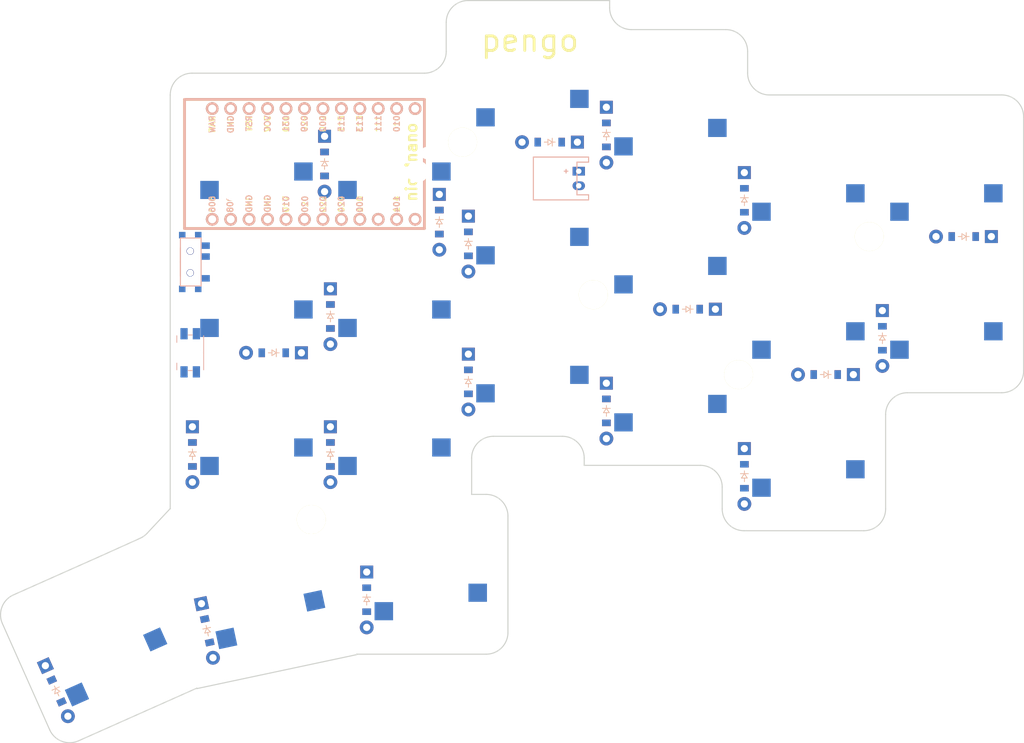
<source format=kicad_pcb>


(kicad_pcb (version 20171130) (host pcbnew 5.1.6)

  (page A3)
  (title_block
    (title "right")
    (rev "v1.0.0")
    (company "Unknown")
  )

  (general
    (thickness 1.6)
  )

  (layers
    (0 F.Cu signal)
    (31 B.Cu signal)
    (32 B.Adhes user)
    (33 F.Adhes user)
    (34 B.Paste user)
    (35 F.Paste user)
    (36 B.SilkS user)
    (37 F.SilkS user)
    (38 B.Mask user)
    (39 F.Mask user)
    (40 Dwgs.User user)
    (41 Cmts.User user)
    (42 Eco1.User user)
    (43 Eco2.User user)
    (44 Edge.Cuts user)
    (45 Margin user)
    (46 B.CrtYd user)
    (47 F.CrtYd user)
    (48 B.Fab user)
    (49 F.Fab user)
  )

  (setup
    (last_trace_width 0.25)
    (trace_clearance 0.2)
    (zone_clearance 0.508)
    (zone_45_only no)
    (trace_min 0.2)
    (via_size 0.8)
    (via_drill 0.4)
    (via_min_size 0.4)
    (via_min_drill 0.3)
    (uvia_size 0.3)
    (uvia_drill 0.1)
    (uvias_allowed no)
    (uvia_min_size 0.2)
    (uvia_min_drill 0.1)
    (edge_width 0.05)
    (segment_width 0.2)
    (pcb_text_width 0.3)
    (pcb_text_size 1.5 1.5)
    (mod_edge_width 0.12)
    (mod_text_size 1 1)
    (mod_text_width 0.15)
    (pad_size 1.524 1.524)
    (pad_drill 0.762)
    (pad_to_mask_clearance 0.05)
    (aux_axis_origin 0 0)
    (visible_elements FFFFFF7F)
    (pcbplotparams
      (layerselection 0x010fc_ffffffff)
      (usegerberextensions false)
      (usegerberattributes true)
      (usegerberadvancedattributes true)
      (creategerberjobfile true)
      (excludeedgelayer true)
      (linewidth 0.100000)
      (plotframeref false)
      (viasonmask false)
      (mode 1)
      (useauxorigin false)
      (hpglpennumber 1)
      (hpglpenspeed 20)
      (hpglpendiameter 15.000000)
      (psnegative false)
      (psa4output false)
      (plotreference true)
      (plotvalue true)
      (plotinvisibletext false)
      (padsonsilk false)
      (subtractmaskfromsilk false)
      (outputformat 1)
      (mirror false)
      (drillshape 1)
      (scaleselection 1)
      (outputdirectory ""))
  )

  (net 0 "")
(net 1 "P020")
(net 2 "P029")
(net 3 "P031")
(net 4 "P022")
(net 5 "P002")
(net 6 "P024")
(net 7 "P100")
(net 8 "P011")
(net 9 "P017")
(net 10 "P155")
(net 11 "RAW")
(net 12 "GND")
(net 13 "RST")
(net 14 "VCC")
(net 15 "P115")
(net 16 "P113")
(net 17 "P111")
(net 18 "P010")
(net 19 "P009")
(net 20 "P006")
(net 21 "P008")
(net 22 "P104")
(net 23 "P106")
(net 24 "pos")
(net 25 "mirror_outer_home")
(net 26 "mirror_pinky_bottom")
(net 27 "mirror_pinky_top")
(net 28 "mirror_ring_bottom")
(net 29 "mirror_ring_top")
(net 30 "mirror_middle_bottom")
(net 31 "mirror_middle_home")
(net 32 "mirror_index_bottom")
(net 33 "mirror_index_home")
(net 34 "mirror_inner_bottom")
(net 35 "mirror_near_thumb")
(net 36 "mirror_home_thumb")
(net 37 "mirror_far_thumb")
(net 38 "mirror_inner_top")
(net 39 "mirror_inner_home")
(net 40 "mirror_index_top")
(net 41 "mirror_middle_top")
(net 42 "mirror_ring_home")
(net 43 "mirror_pinky_home")
(net 44 "mirror_outer_top")

  (net_class Default "This is the default net class."
    (clearance 0.2)
    (trace_width 0.25)
    (via_dia 0.8)
    (via_drill 0.4)
    (uvia_dia 0.3)
    (uvia_drill 0.1)
    (add_net "")
(add_net "P020")
(add_net "P029")
(add_net "P031")
(add_net "P022")
(add_net "P002")
(add_net "P024")
(add_net "P100")
(add_net "P011")
(add_net "P017")
(add_net "P155")
(add_net "RAW")
(add_net "GND")
(add_net "RST")
(add_net "VCC")
(add_net "P115")
(add_net "P113")
(add_net "P111")
(add_net "P010")
(add_net "P009")
(add_net "P006")
(add_net "P008")
(add_net "P104")
(add_net "P106")
(add_net "pos")
(add_net "mirror_outer_home")
(add_net "mirror_pinky_bottom")
(add_net "mirror_pinky_top")
(add_net "mirror_ring_bottom")
(add_net "mirror_ring_top")
(add_net "mirror_middle_bottom")
(add_net "mirror_middle_home")
(add_net "mirror_index_bottom")
(add_net "mirror_index_home")
(add_net "mirror_inner_bottom")
(add_net "mirror_near_thumb")
(add_net "mirror_home_thumb")
(add_net "mirror_far_thumb")
(add_net "mirror_inner_top")
(add_net "mirror_inner_home")
(add_net "mirror_index_top")
(add_net "mirror_middle_top")
(add_net "mirror_ring_home")
(add_net "mirror_pinky_home")
(add_net "mirror_outer_top")
  )

  
        
      (module MX (layer F.Cu) (tedit 5DD4F656)
      (at 268 -19 180)

      
      (fp_text reference "S1" (at 0 0) (layer F.SilkS) hide (effects (font (size 1.27 1.27) (thickness 0.15))))
      (fp_text value "" (at 0 0) (layer F.SilkS) hide (effects (font (size 1.27 1.27) (thickness 0.15))))

      
      (fp_line (start -7 -6) (end -7 -7) (layer Dwgs.User) (width 0.15))
      (fp_line (start -7 7) (end -6 7) (layer Dwgs.User) (width 0.15))
      (fp_line (start -6 -7) (end -7 -7) (layer Dwgs.User) (width 0.15))
      (fp_line (start -7 7) (end -7 6) (layer Dwgs.User) (width 0.15))
      (fp_line (start 7 6) (end 7 7) (layer Dwgs.User) (width 0.15))
      (fp_line (start 7 -7) (end 6 -7) (layer Dwgs.User) (width 0.15))
      (fp_line (start 6 7) (end 7 7) (layer Dwgs.User) (width 0.15))
      (fp_line (start 7 -7) (end 7 -6) (layer Dwgs.User) (width 0.15))
    
      
      (pad "" np_thru_hole circle (at 0 0) (size 3.9878 3.9878) (drill 3.9878) (layers *.Cu *.Mask))

      
      (pad "" np_thru_hole circle (at 5.08 0) (size 1.7018 1.7018) (drill 1.7018) (layers *.Cu *.Mask))
      (pad "" np_thru_hole circle (at -5.08 0) (size 1.7018 1.7018) (drill 1.7018) (layers *.Cu *.Mask))
      
        
      
      (fp_line (start -9.5 -9.5) (end 9.5 -9.5) (layer Dwgs.User) (width 0.15))
      (fp_line (start 9.5 -9.5) (end 9.5 9.5) (layer Dwgs.User) (width 0.15))
      (fp_line (start 9.5 9.5) (end -9.5 9.5) (layer Dwgs.User) (width 0.15))
      (fp_line (start -9.5 9.5) (end -9.5 -9.5) (layer Dwgs.User) (width 0.15))
      
        
        
        (pad "" np_thru_hole circle (at 2.54 -5.08) (size 3 3) (drill 3) (layers *.Cu *.Mask))
        (pad "" np_thru_hole circle (at -3.81 -2.54) (size 3 3) (drill 3) (layers *.Cu *.Mask))
        
        
        (pad 1 smd rect (at -7.085 -2.54 180) (size 2.55 2.5) (layers B.Cu B.Paste B.Mask) (net 1 "P020"))
        (pad 2 smd rect (at 5.842 -5.08 180) (size 2.55 2.5) (layers B.Cu B.Paste B.Mask) (net 2 "P029"))
        )
        

        
      (module MX (layer F.Cu) (tedit 5DD4F656)
      (at 268 -38 180)

      
      (fp_text reference "S2" (at 0 0) (layer F.SilkS) hide (effects (font (size 1.27 1.27) (thickness 0.15))))
      (fp_text value "" (at 0 0) (layer F.SilkS) hide (effects (font (size 1.27 1.27) (thickness 0.15))))

      
      (fp_line (start -7 -6) (end -7 -7) (layer Dwgs.User) (width 0.15))
      (fp_line (start -7 7) (end -6 7) (layer Dwgs.User) (width 0.15))
      (fp_line (start -6 -7) (end -7 -7) (layer Dwgs.User) (width 0.15))
      (fp_line (start -7 7) (end -7 6) (layer Dwgs.User) (width 0.15))
      (fp_line (start 7 6) (end 7 7) (layer Dwgs.User) (width 0.15))
      (fp_line (start 7 -7) (end 6 -7) (layer Dwgs.User) (width 0.15))
      (fp_line (start 6 7) (end 7 7) (layer Dwgs.User) (width 0.15))
      (fp_line (start 7 -7) (end 7 -6) (layer Dwgs.User) (width 0.15))
    
      
      (pad "" np_thru_hole circle (at 0 0) (size 3.9878 3.9878) (drill 3.9878) (layers *.Cu *.Mask))

      
      (pad "" np_thru_hole circle (at 5.08 0) (size 1.7018 1.7018) (drill 1.7018) (layers *.Cu *.Mask))
      (pad "" np_thru_hole circle (at -5.08 0) (size 1.7018 1.7018) (drill 1.7018) (layers *.Cu *.Mask))
      
        
      
      (fp_line (start -9.5 -9.5) (end 9.5 -9.5) (layer Dwgs.User) (width 0.15))
      (fp_line (start 9.5 -9.5) (end 9.5 9.5) (layer Dwgs.User) (width 0.15))
      (fp_line (start 9.5 9.5) (end -9.5 9.5) (layer Dwgs.User) (width 0.15))
      (fp_line (start -9.5 9.5) (end -9.5 -9.5) (layer Dwgs.User) (width 0.15))
      
        
        
        (pad "" np_thru_hole circle (at 2.54 -5.08) (size 3 3) (drill 3) (layers *.Cu *.Mask))
        (pad "" np_thru_hole circle (at -3.81 -2.54) (size 3 3) (drill 3) (layers *.Cu *.Mask))
        
        
        (pad 1 smd rect (at -7.085 -2.54 180) (size 2.55 2.5) (layers B.Cu B.Paste B.Mask) (net 1 "P020"))
        (pad 2 smd rect (at 5.842 -5.08 180) (size 2.55 2.5) (layers B.Cu B.Paste B.Mask) (net 3 "P031"))
        )
        

        
      (module MX (layer F.Cu) (tedit 5DD4F656)
      (at 249 0 180)

      
      (fp_text reference "S3" (at 0 0) (layer F.SilkS) hide (effects (font (size 1.27 1.27) (thickness 0.15))))
      (fp_text value "" (at 0 0) (layer F.SilkS) hide (effects (font (size 1.27 1.27) (thickness 0.15))))

      
      (fp_line (start -7 -6) (end -7 -7) (layer Dwgs.User) (width 0.15))
      (fp_line (start -7 7) (end -6 7) (layer Dwgs.User) (width 0.15))
      (fp_line (start -6 -7) (end -7 -7) (layer Dwgs.User) (width 0.15))
      (fp_line (start -7 7) (end -7 6) (layer Dwgs.User) (width 0.15))
      (fp_line (start 7 6) (end 7 7) (layer Dwgs.User) (width 0.15))
      (fp_line (start 7 -7) (end 6 -7) (layer Dwgs.User) (width 0.15))
      (fp_line (start 6 7) (end 7 7) (layer Dwgs.User) (width 0.15))
      (fp_line (start 7 -7) (end 7 -6) (layer Dwgs.User) (width 0.15))
    
      
      (pad "" np_thru_hole circle (at 0 0) (size 3.9878 3.9878) (drill 3.9878) (layers *.Cu *.Mask))

      
      (pad "" np_thru_hole circle (at 5.08 0) (size 1.7018 1.7018) (drill 1.7018) (layers *.Cu *.Mask))
      (pad "" np_thru_hole circle (at -5.08 0) (size 1.7018 1.7018) (drill 1.7018) (layers *.Cu *.Mask))
      
        
      
      (fp_line (start -9.5 -9.5) (end 9.5 -9.5) (layer Dwgs.User) (width 0.15))
      (fp_line (start 9.5 -9.5) (end 9.5 9.5) (layer Dwgs.User) (width 0.15))
      (fp_line (start 9.5 9.5) (end -9.5 9.5) (layer Dwgs.User) (width 0.15))
      (fp_line (start -9.5 9.5) (end -9.5 -9.5) (layer Dwgs.User) (width 0.15))
      
        
        
        (pad "" np_thru_hole circle (at 2.54 -5.08) (size 3 3) (drill 3) (layers *.Cu *.Mask))
        (pad "" np_thru_hole circle (at -3.81 -2.54) (size 3 3) (drill 3) (layers *.Cu *.Mask))
        
        
        (pad 1 smd rect (at -7.085 -2.54 180) (size 2.55 2.5) (layers B.Cu B.Paste B.Mask) (net 4 "P022"))
        (pad 2 smd rect (at 5.842 -5.08 180) (size 2.55 2.5) (layers B.Cu B.Paste B.Mask) (net 5 "P002"))
        )
        

        
      (module MX (layer F.Cu) (tedit 5DD4F656)
      (at 249 -19 180)

      
      (fp_text reference "S4" (at 0 0) (layer F.SilkS) hide (effects (font (size 1.27 1.27) (thickness 0.15))))
      (fp_text value "" (at 0 0) (layer F.SilkS) hide (effects (font (size 1.27 1.27) (thickness 0.15))))

      
      (fp_line (start -7 -6) (end -7 -7) (layer Dwgs.User) (width 0.15))
      (fp_line (start -7 7) (end -6 7) (layer Dwgs.User) (width 0.15))
      (fp_line (start -6 -7) (end -7 -7) (layer Dwgs.User) (width 0.15))
      (fp_line (start -7 7) (end -7 6) (layer Dwgs.User) (width 0.15))
      (fp_line (start 7 6) (end 7 7) (layer Dwgs.User) (width 0.15))
      (fp_line (start 7 -7) (end 6 -7) (layer Dwgs.User) (width 0.15))
      (fp_line (start 6 7) (end 7 7) (layer Dwgs.User) (width 0.15))
      (fp_line (start 7 -7) (end 7 -6) (layer Dwgs.User) (width 0.15))
    
      
      (pad "" np_thru_hole circle (at 0 0) (size 3.9878 3.9878) (drill 3.9878) (layers *.Cu *.Mask))

      
      (pad "" np_thru_hole circle (at 5.08 0) (size 1.7018 1.7018) (drill 1.7018) (layers *.Cu *.Mask))
      (pad "" np_thru_hole circle (at -5.08 0) (size 1.7018 1.7018) (drill 1.7018) (layers *.Cu *.Mask))
      
        
      
      (fp_line (start -9.5 -9.5) (end 9.5 -9.5) (layer Dwgs.User) (width 0.15))
      (fp_line (start 9.5 -9.5) (end 9.5 9.5) (layer Dwgs.User) (width 0.15))
      (fp_line (start 9.5 9.5) (end -9.5 9.5) (layer Dwgs.User) (width 0.15))
      (fp_line (start -9.5 9.5) (end -9.5 -9.5) (layer Dwgs.User) (width 0.15))
      
        
        
        (pad "" np_thru_hole circle (at 2.54 -5.08) (size 3 3) (drill 3) (layers *.Cu *.Mask))
        (pad "" np_thru_hole circle (at -3.81 -2.54) (size 3 3) (drill 3) (layers *.Cu *.Mask))
        
        
        (pad 1 smd rect (at -7.085 -2.54 180) (size 2.55 2.5) (layers B.Cu B.Paste B.Mask) (net 4 "P022"))
        (pad 2 smd rect (at 5.842 -5.08 180) (size 2.55 2.5) (layers B.Cu B.Paste B.Mask) (net 2 "P029"))
        )
        

        
      (module MX (layer F.Cu) (tedit 5DD4F656)
      (at 249 -38 180)

      
      (fp_text reference "S5" (at 0 0) (layer F.SilkS) hide (effects (font (size 1.27 1.27) (thickness 0.15))))
      (fp_text value "" (at 0 0) (layer F.SilkS) hide (effects (font (size 1.27 1.27) (thickness 0.15))))

      
      (fp_line (start -7 -6) (end -7 -7) (layer Dwgs.User) (width 0.15))
      (fp_line (start -7 7) (end -6 7) (layer Dwgs.User) (width 0.15))
      (fp_line (start -6 -7) (end -7 -7) (layer Dwgs.User) (width 0.15))
      (fp_line (start -7 7) (end -7 6) (layer Dwgs.User) (width 0.15))
      (fp_line (start 7 6) (end 7 7) (layer Dwgs.User) (width 0.15))
      (fp_line (start 7 -7) (end 6 -7) (layer Dwgs.User) (width 0.15))
      (fp_line (start 6 7) (end 7 7) (layer Dwgs.User) (width 0.15))
      (fp_line (start 7 -7) (end 7 -6) (layer Dwgs.User) (width 0.15))
    
      
      (pad "" np_thru_hole circle (at 0 0) (size 3.9878 3.9878) (drill 3.9878) (layers *.Cu *.Mask))

      
      (pad "" np_thru_hole circle (at 5.08 0) (size 1.7018 1.7018) (drill 1.7018) (layers *.Cu *.Mask))
      (pad "" np_thru_hole circle (at -5.08 0) (size 1.7018 1.7018) (drill 1.7018) (layers *.Cu *.Mask))
      
        
      
      (fp_line (start -9.5 -9.5) (end 9.5 -9.5) (layer Dwgs.User) (width 0.15))
      (fp_line (start 9.5 -9.5) (end 9.5 9.5) (layer Dwgs.User) (width 0.15))
      (fp_line (start 9.5 9.5) (end -9.5 9.5) (layer Dwgs.User) (width 0.15))
      (fp_line (start -9.5 9.5) (end -9.5 -9.5) (layer Dwgs.User) (width 0.15))
      
        
        
        (pad "" np_thru_hole circle (at 2.54 -5.08) (size 3 3) (drill 3) (layers *.Cu *.Mask))
        (pad "" np_thru_hole circle (at -3.81 -2.54) (size 3 3) (drill 3) (layers *.Cu *.Mask))
        
        
        (pad 1 smd rect (at -7.085 -2.54 180) (size 2.55 2.5) (layers B.Cu B.Paste B.Mask) (net 4 "P022"))
        (pad 2 smd rect (at 5.842 -5.08 180) (size 2.55 2.5) (layers B.Cu B.Paste B.Mask) (net 3 "P031"))
        )
        

        
      (module MX (layer F.Cu) (tedit 5DD4F656)
      (at 230 -9 180)

      
      (fp_text reference "S6" (at 0 0) (layer F.SilkS) hide (effects (font (size 1.27 1.27) (thickness 0.15))))
      (fp_text value "" (at 0 0) (layer F.SilkS) hide (effects (font (size 1.27 1.27) (thickness 0.15))))

      
      (fp_line (start -7 -6) (end -7 -7) (layer Dwgs.User) (width 0.15))
      (fp_line (start -7 7) (end -6 7) (layer Dwgs.User) (width 0.15))
      (fp_line (start -6 -7) (end -7 -7) (layer Dwgs.User) (width 0.15))
      (fp_line (start -7 7) (end -7 6) (layer Dwgs.User) (width 0.15))
      (fp_line (start 7 6) (end 7 7) (layer Dwgs.User) (width 0.15))
      (fp_line (start 7 -7) (end 6 -7) (layer Dwgs.User) (width 0.15))
      (fp_line (start 6 7) (end 7 7) (layer Dwgs.User) (width 0.15))
      (fp_line (start 7 -7) (end 7 -6) (layer Dwgs.User) (width 0.15))
    
      
      (pad "" np_thru_hole circle (at 0 0) (size 3.9878 3.9878) (drill 3.9878) (layers *.Cu *.Mask))

      
      (pad "" np_thru_hole circle (at 5.08 0) (size 1.7018 1.7018) (drill 1.7018) (layers *.Cu *.Mask))
      (pad "" np_thru_hole circle (at -5.08 0) (size 1.7018 1.7018) (drill 1.7018) (layers *.Cu *.Mask))
      
        
      
      (fp_line (start -9.5 -9.5) (end 9.5 -9.5) (layer Dwgs.User) (width 0.15))
      (fp_line (start 9.5 -9.5) (end 9.5 9.5) (layer Dwgs.User) (width 0.15))
      (fp_line (start 9.5 9.5) (end -9.5 9.5) (layer Dwgs.User) (width 0.15))
      (fp_line (start -9.5 9.5) (end -9.5 -9.5) (layer Dwgs.User) (width 0.15))
      
        
        
        (pad "" np_thru_hole circle (at 2.54 -5.08) (size 3 3) (drill 3) (layers *.Cu *.Mask))
        (pad "" np_thru_hole circle (at -3.81 -2.54) (size 3 3) (drill 3) (layers *.Cu *.Mask))
        
        
        (pad 1 smd rect (at -7.085 -2.54 180) (size 2.55 2.5) (layers B.Cu B.Paste B.Mask) (net 6 "P024"))
        (pad 2 smd rect (at 5.842 -5.08 180) (size 2.55 2.5) (layers B.Cu B.Paste B.Mask) (net 5 "P002"))
        )
        

        
      (module MX (layer F.Cu) (tedit 5DD4F656)
      (at 230 -28 180)

      
      (fp_text reference "S7" (at 0 0) (layer F.SilkS) hide (effects (font (size 1.27 1.27) (thickness 0.15))))
      (fp_text value "" (at 0 0) (layer F.SilkS) hide (effects (font (size 1.27 1.27) (thickness 0.15))))

      
      (fp_line (start -7 -6) (end -7 -7) (layer Dwgs.User) (width 0.15))
      (fp_line (start -7 7) (end -6 7) (layer Dwgs.User) (width 0.15))
      (fp_line (start -6 -7) (end -7 -7) (layer Dwgs.User) (width 0.15))
      (fp_line (start -7 7) (end -7 6) (layer Dwgs.User) (width 0.15))
      (fp_line (start 7 6) (end 7 7) (layer Dwgs.User) (width 0.15))
      (fp_line (start 7 -7) (end 6 -7) (layer Dwgs.User) (width 0.15))
      (fp_line (start 6 7) (end 7 7) (layer Dwgs.User) (width 0.15))
      (fp_line (start 7 -7) (end 7 -6) (layer Dwgs.User) (width 0.15))
    
      
      (pad "" np_thru_hole circle (at 0 0) (size 3.9878 3.9878) (drill 3.9878) (layers *.Cu *.Mask))

      
      (pad "" np_thru_hole circle (at 5.08 0) (size 1.7018 1.7018) (drill 1.7018) (layers *.Cu *.Mask))
      (pad "" np_thru_hole circle (at -5.08 0) (size 1.7018 1.7018) (drill 1.7018) (layers *.Cu *.Mask))
      
        
      
      (fp_line (start -9.5 -9.5) (end 9.5 -9.5) (layer Dwgs.User) (width 0.15))
      (fp_line (start 9.5 -9.5) (end 9.5 9.5) (layer Dwgs.User) (width 0.15))
      (fp_line (start 9.5 9.5) (end -9.5 9.5) (layer Dwgs.User) (width 0.15))
      (fp_line (start -9.5 9.5) (end -9.5 -9.5) (layer Dwgs.User) (width 0.15))
      
        
        
        (pad "" np_thru_hole circle (at 2.54 -5.08) (size 3 3) (drill 3) (layers *.Cu *.Mask))
        (pad "" np_thru_hole circle (at -3.81 -2.54) (size 3 3) (drill 3) (layers *.Cu *.Mask))
        
        
        (pad 1 smd rect (at -7.085 -2.54 180) (size 2.55 2.5) (layers B.Cu B.Paste B.Mask) (net 6 "P024"))
        (pad 2 smd rect (at 5.842 -5.08 180) (size 2.55 2.5) (layers B.Cu B.Paste B.Mask) (net 2 "P029"))
        )
        

        
      (module MX (layer F.Cu) (tedit 5DD4F656)
      (at 230 -47 180)

      
      (fp_text reference "S8" (at 0 0) (layer F.SilkS) hide (effects (font (size 1.27 1.27) (thickness 0.15))))
      (fp_text value "" (at 0 0) (layer F.SilkS) hide (effects (font (size 1.27 1.27) (thickness 0.15))))

      
      (fp_line (start -7 -6) (end -7 -7) (layer Dwgs.User) (width 0.15))
      (fp_line (start -7 7) (end -6 7) (layer Dwgs.User) (width 0.15))
      (fp_line (start -6 -7) (end -7 -7) (layer Dwgs.User) (width 0.15))
      (fp_line (start -7 7) (end -7 6) (layer Dwgs.User) (width 0.15))
      (fp_line (start 7 6) (end 7 7) (layer Dwgs.User) (width 0.15))
      (fp_line (start 7 -7) (end 6 -7) (layer Dwgs.User) (width 0.15))
      (fp_line (start 6 7) (end 7 7) (layer Dwgs.User) (width 0.15))
      (fp_line (start 7 -7) (end 7 -6) (layer Dwgs.User) (width 0.15))
    
      
      (pad "" np_thru_hole circle (at 0 0) (size 3.9878 3.9878) (drill 3.9878) (layers *.Cu *.Mask))

      
      (pad "" np_thru_hole circle (at 5.08 0) (size 1.7018 1.7018) (drill 1.7018) (layers *.Cu *.Mask))
      (pad "" np_thru_hole circle (at -5.08 0) (size 1.7018 1.7018) (drill 1.7018) (layers *.Cu *.Mask))
      
        
      
      (fp_line (start -9.5 -9.5) (end 9.5 -9.5) (layer Dwgs.User) (width 0.15))
      (fp_line (start 9.5 -9.5) (end 9.5 9.5) (layer Dwgs.User) (width 0.15))
      (fp_line (start 9.5 9.5) (end -9.5 9.5) (layer Dwgs.User) (width 0.15))
      (fp_line (start -9.5 9.5) (end -9.5 -9.5) (layer Dwgs.User) (width 0.15))
      
        
        
        (pad "" np_thru_hole circle (at 2.54 -5.08) (size 3 3) (drill 3) (layers *.Cu *.Mask))
        (pad "" np_thru_hole circle (at -3.81 -2.54) (size 3 3) (drill 3) (layers *.Cu *.Mask))
        
        
        (pad 1 smd rect (at -7.085 -2.54 180) (size 2.55 2.5) (layers B.Cu B.Paste B.Mask) (net 6 "P024"))
        (pad 2 smd rect (at 5.842 -5.08 180) (size 2.55 2.5) (layers B.Cu B.Paste B.Mask) (net 3 "P031"))
        )
        

        
      (module MX (layer F.Cu) (tedit 5DD4F656)
      (at 211 -13 180)

      
      (fp_text reference "S9" (at 0 0) (layer F.SilkS) hide (effects (font (size 1.27 1.27) (thickness 0.15))))
      (fp_text value "" (at 0 0) (layer F.SilkS) hide (effects (font (size 1.27 1.27) (thickness 0.15))))

      
      (fp_line (start -7 -6) (end -7 -7) (layer Dwgs.User) (width 0.15))
      (fp_line (start -7 7) (end -6 7) (layer Dwgs.User) (width 0.15))
      (fp_line (start -6 -7) (end -7 -7) (layer Dwgs.User) (width 0.15))
      (fp_line (start -7 7) (end -7 6) (layer Dwgs.User) (width 0.15))
      (fp_line (start 7 6) (end 7 7) (layer Dwgs.User) (width 0.15))
      (fp_line (start 7 -7) (end 6 -7) (layer Dwgs.User) (width 0.15))
      (fp_line (start 6 7) (end 7 7) (layer Dwgs.User) (width 0.15))
      (fp_line (start 7 -7) (end 7 -6) (layer Dwgs.User) (width 0.15))
    
      
      (pad "" np_thru_hole circle (at 0 0) (size 3.9878 3.9878) (drill 3.9878) (layers *.Cu *.Mask))

      
      (pad "" np_thru_hole circle (at 5.08 0) (size 1.7018 1.7018) (drill 1.7018) (layers *.Cu *.Mask))
      (pad "" np_thru_hole circle (at -5.08 0) (size 1.7018 1.7018) (drill 1.7018) (layers *.Cu *.Mask))
      
        
      
      (fp_line (start -9.5 -9.5) (end 9.5 -9.5) (layer Dwgs.User) (width 0.15))
      (fp_line (start 9.5 -9.5) (end 9.5 9.5) (layer Dwgs.User) (width 0.15))
      (fp_line (start 9.5 9.5) (end -9.5 9.5) (layer Dwgs.User) (width 0.15))
      (fp_line (start -9.5 9.5) (end -9.5 -9.5) (layer Dwgs.User) (width 0.15))
      
        
        
        (pad "" np_thru_hole circle (at 2.54 -5.08) (size 3 3) (drill 3) (layers *.Cu *.Mask))
        (pad "" np_thru_hole circle (at -3.81 -2.54) (size 3 3) (drill 3) (layers *.Cu *.Mask))
        
        
        (pad 1 smd rect (at -7.085 -2.54 180) (size 2.55 2.5) (layers B.Cu B.Paste B.Mask) (net 7 "P100"))
        (pad 2 smd rect (at 5.842 -5.08 180) (size 2.55 2.5) (layers B.Cu B.Paste B.Mask) (net 5 "P002"))
        )
        

        
      (module MX (layer F.Cu) (tedit 5DD4F656)
      (at 211 -32 180)

      
      (fp_text reference "S10" (at 0 0) (layer F.SilkS) hide (effects (font (size 1.27 1.27) (thickness 0.15))))
      (fp_text value "" (at 0 0) (layer F.SilkS) hide (effects (font (size 1.27 1.27) (thickness 0.15))))

      
      (fp_line (start -7 -6) (end -7 -7) (layer Dwgs.User) (width 0.15))
      (fp_line (start -7 7) (end -6 7) (layer Dwgs.User) (width 0.15))
      (fp_line (start -6 -7) (end -7 -7) (layer Dwgs.User) (width 0.15))
      (fp_line (start -7 7) (end -7 6) (layer Dwgs.User) (width 0.15))
      (fp_line (start 7 6) (end 7 7) (layer Dwgs.User) (width 0.15))
      (fp_line (start 7 -7) (end 6 -7) (layer Dwgs.User) (width 0.15))
      (fp_line (start 6 7) (end 7 7) (layer Dwgs.User) (width 0.15))
      (fp_line (start 7 -7) (end 7 -6) (layer Dwgs.User) (width 0.15))
    
      
      (pad "" np_thru_hole circle (at 0 0) (size 3.9878 3.9878) (drill 3.9878) (layers *.Cu *.Mask))

      
      (pad "" np_thru_hole circle (at 5.08 0) (size 1.7018 1.7018) (drill 1.7018) (layers *.Cu *.Mask))
      (pad "" np_thru_hole circle (at -5.08 0) (size 1.7018 1.7018) (drill 1.7018) (layers *.Cu *.Mask))
      
        
      
      (fp_line (start -9.5 -9.5) (end 9.5 -9.5) (layer Dwgs.User) (width 0.15))
      (fp_line (start 9.5 -9.5) (end 9.5 9.5) (layer Dwgs.User) (width 0.15))
      (fp_line (start 9.5 9.5) (end -9.5 9.5) (layer Dwgs.User) (width 0.15))
      (fp_line (start -9.5 9.5) (end -9.5 -9.5) (layer Dwgs.User) (width 0.15))
      
        
        
        (pad "" np_thru_hole circle (at 2.54 -5.08) (size 3 3) (drill 3) (layers *.Cu *.Mask))
        (pad "" np_thru_hole circle (at -3.81 -2.54) (size 3 3) (drill 3) (layers *.Cu *.Mask))
        
        
        (pad 1 smd rect (at -7.085 -2.54 180) (size 2.55 2.5) (layers B.Cu B.Paste B.Mask) (net 7 "P100"))
        (pad 2 smd rect (at 5.842 -5.08 180) (size 2.55 2.5) (layers B.Cu B.Paste B.Mask) (net 2 "P029"))
        )
        

        
      (module MX (layer F.Cu) (tedit 5DD4F656)
      (at 211 -51 180)

      
      (fp_text reference "S11" (at 0 0) (layer F.SilkS) hide (effects (font (size 1.27 1.27) (thickness 0.15))))
      (fp_text value "" (at 0 0) (layer F.SilkS) hide (effects (font (size 1.27 1.27) (thickness 0.15))))

      
      (fp_line (start -7 -6) (end -7 -7) (layer Dwgs.User) (width 0.15))
      (fp_line (start -7 7) (end -6 7) (layer Dwgs.User) (width 0.15))
      (fp_line (start -6 -7) (end -7 -7) (layer Dwgs.User) (width 0.15))
      (fp_line (start -7 7) (end -7 6) (layer Dwgs.User) (width 0.15))
      (fp_line (start 7 6) (end 7 7) (layer Dwgs.User) (width 0.15))
      (fp_line (start 7 -7) (end 6 -7) (layer Dwgs.User) (width 0.15))
      (fp_line (start 6 7) (end 7 7) (layer Dwgs.User) (width 0.15))
      (fp_line (start 7 -7) (end 7 -6) (layer Dwgs.User) (width 0.15))
    
      
      (pad "" np_thru_hole circle (at 0 0) (size 3.9878 3.9878) (drill 3.9878) (layers *.Cu *.Mask))

      
      (pad "" np_thru_hole circle (at 5.08 0) (size 1.7018 1.7018) (drill 1.7018) (layers *.Cu *.Mask))
      (pad "" np_thru_hole circle (at -5.08 0) (size 1.7018 1.7018) (drill 1.7018) (layers *.Cu *.Mask))
      
        
      
      (fp_line (start -9.5 -9.5) (end 9.5 -9.5) (layer Dwgs.User) (width 0.15))
      (fp_line (start 9.5 -9.5) (end 9.5 9.5) (layer Dwgs.User) (width 0.15))
      (fp_line (start 9.5 9.5) (end -9.5 9.5) (layer Dwgs.User) (width 0.15))
      (fp_line (start -9.5 9.5) (end -9.5 -9.5) (layer Dwgs.User) (width 0.15))
      
        
        
        (pad "" np_thru_hole circle (at 2.54 -5.08) (size 3 3) (drill 3) (layers *.Cu *.Mask))
        (pad "" np_thru_hole circle (at -3.81 -2.54) (size 3 3) (drill 3) (layers *.Cu *.Mask))
        
        
        (pad 1 smd rect (at -7.085 -2.54 180) (size 2.55 2.5) (layers B.Cu B.Paste B.Mask) (net 7 "P100"))
        (pad 2 smd rect (at 5.842 -5.08 180) (size 2.55 2.5) (layers B.Cu B.Paste B.Mask) (net 3 "P031"))
        )
        

        
      (module MX (layer F.Cu) (tedit 5DD4F656)
      (at 192 -3 180)

      
      (fp_text reference "S12" (at 0 0) (layer F.SilkS) hide (effects (font (size 1.27 1.27) (thickness 0.15))))
      (fp_text value "" (at 0 0) (layer F.SilkS) hide (effects (font (size 1.27 1.27) (thickness 0.15))))

      
      (fp_line (start -7 -6) (end -7 -7) (layer Dwgs.User) (width 0.15))
      (fp_line (start -7 7) (end -6 7) (layer Dwgs.User) (width 0.15))
      (fp_line (start -6 -7) (end -7 -7) (layer Dwgs.User) (width 0.15))
      (fp_line (start -7 7) (end -7 6) (layer Dwgs.User) (width 0.15))
      (fp_line (start 7 6) (end 7 7) (layer Dwgs.User) (width 0.15))
      (fp_line (start 7 -7) (end 6 -7) (layer Dwgs.User) (width 0.15))
      (fp_line (start 6 7) (end 7 7) (layer Dwgs.User) (width 0.15))
      (fp_line (start 7 -7) (end 7 -6) (layer Dwgs.User) (width 0.15))
    
      
      (pad "" np_thru_hole circle (at 0 0) (size 3.9878 3.9878) (drill 3.9878) (layers *.Cu *.Mask))

      
      (pad "" np_thru_hole circle (at 5.08 0) (size 1.7018 1.7018) (drill 1.7018) (layers *.Cu *.Mask))
      (pad "" np_thru_hole circle (at -5.08 0) (size 1.7018 1.7018) (drill 1.7018) (layers *.Cu *.Mask))
      
        
      
      (fp_line (start -9.5 -9.5) (end 9.5 -9.5) (layer Dwgs.User) (width 0.15))
      (fp_line (start 9.5 -9.5) (end 9.5 9.5) (layer Dwgs.User) (width 0.15))
      (fp_line (start 9.5 9.5) (end -9.5 9.5) (layer Dwgs.User) (width 0.15))
      (fp_line (start -9.5 9.5) (end -9.5 -9.5) (layer Dwgs.User) (width 0.15))
      
        
        
        (pad "" np_thru_hole circle (at 2.54 -5.08) (size 3 3) (drill 3) (layers *.Cu *.Mask))
        (pad "" np_thru_hole circle (at -3.81 -2.54) (size 3 3) (drill 3) (layers *.Cu *.Mask))
        
        
        (pad 1 smd rect (at -7.085 -2.54 180) (size 2.55 2.5) (layers B.Cu B.Paste B.Mask) (net 8 "P011"))
        (pad 2 smd rect (at 5.842 -5.08 180) (size 2.55 2.5) (layers B.Cu B.Paste B.Mask) (net 5 "P002"))
        )
        

        
      (module MX (layer F.Cu) (tedit 5DD4F656)
      (at 192 -22 180)

      
      (fp_text reference "S13" (at 0 0) (layer F.SilkS) hide (effects (font (size 1.27 1.27) (thickness 0.15))))
      (fp_text value "" (at 0 0) (layer F.SilkS) hide (effects (font (size 1.27 1.27) (thickness 0.15))))

      
      (fp_line (start -7 -6) (end -7 -7) (layer Dwgs.User) (width 0.15))
      (fp_line (start -7 7) (end -6 7) (layer Dwgs.User) (width 0.15))
      (fp_line (start -6 -7) (end -7 -7) (layer Dwgs.User) (width 0.15))
      (fp_line (start -7 7) (end -7 6) (layer Dwgs.User) (width 0.15))
      (fp_line (start 7 6) (end 7 7) (layer Dwgs.User) (width 0.15))
      (fp_line (start 7 -7) (end 6 -7) (layer Dwgs.User) (width 0.15))
      (fp_line (start 6 7) (end 7 7) (layer Dwgs.User) (width 0.15))
      (fp_line (start 7 -7) (end 7 -6) (layer Dwgs.User) (width 0.15))
    
      
      (pad "" np_thru_hole circle (at 0 0) (size 3.9878 3.9878) (drill 3.9878) (layers *.Cu *.Mask))

      
      (pad "" np_thru_hole circle (at 5.08 0) (size 1.7018 1.7018) (drill 1.7018) (layers *.Cu *.Mask))
      (pad "" np_thru_hole circle (at -5.08 0) (size 1.7018 1.7018) (drill 1.7018) (layers *.Cu *.Mask))
      
        
      
      (fp_line (start -9.5 -9.5) (end 9.5 -9.5) (layer Dwgs.User) (width 0.15))
      (fp_line (start 9.5 -9.5) (end 9.5 9.5) (layer Dwgs.User) (width 0.15))
      (fp_line (start 9.5 9.5) (end -9.5 9.5) (layer Dwgs.User) (width 0.15))
      (fp_line (start -9.5 9.5) (end -9.5 -9.5) (layer Dwgs.User) (width 0.15))
      
        
        
        (pad "" np_thru_hole circle (at 2.54 -5.08) (size 3 3) (drill 3) (layers *.Cu *.Mask))
        (pad "" np_thru_hole circle (at -3.81 -2.54) (size 3 3) (drill 3) (layers *.Cu *.Mask))
        
        
        (pad 1 smd rect (at -7.085 -2.54 180) (size 2.55 2.5) (layers B.Cu B.Paste B.Mask) (net 8 "P011"))
        (pad 2 smd rect (at 5.842 -5.08 180) (size 2.55 2.5) (layers B.Cu B.Paste B.Mask) (net 2 "P029"))
        )
        

        
      (module MX (layer F.Cu) (tedit 5DD4F656)
      (at 192 -41 180)

      
      (fp_text reference "S14" (at 0 0) (layer F.SilkS) hide (effects (font (size 1.27 1.27) (thickness 0.15))))
      (fp_text value "" (at 0 0) (layer F.SilkS) hide (effects (font (size 1.27 1.27) (thickness 0.15))))

      
      (fp_line (start -7 -6) (end -7 -7) (layer Dwgs.User) (width 0.15))
      (fp_line (start -7 7) (end -6 7) (layer Dwgs.User) (width 0.15))
      (fp_line (start -6 -7) (end -7 -7) (layer Dwgs.User) (width 0.15))
      (fp_line (start -7 7) (end -7 6) (layer Dwgs.User) (width 0.15))
      (fp_line (start 7 6) (end 7 7) (layer Dwgs.User) (width 0.15))
      (fp_line (start 7 -7) (end 6 -7) (layer Dwgs.User) (width 0.15))
      (fp_line (start 6 7) (end 7 7) (layer Dwgs.User) (width 0.15))
      (fp_line (start 7 -7) (end 7 -6) (layer Dwgs.User) (width 0.15))
    
      
      (pad "" np_thru_hole circle (at 0 0) (size 3.9878 3.9878) (drill 3.9878) (layers *.Cu *.Mask))

      
      (pad "" np_thru_hole circle (at 5.08 0) (size 1.7018 1.7018) (drill 1.7018) (layers *.Cu *.Mask))
      (pad "" np_thru_hole circle (at -5.08 0) (size 1.7018 1.7018) (drill 1.7018) (layers *.Cu *.Mask))
      
        
      
      (fp_line (start -9.5 -9.5) (end 9.5 -9.5) (layer Dwgs.User) (width 0.15))
      (fp_line (start 9.5 -9.5) (end 9.5 9.5) (layer Dwgs.User) (width 0.15))
      (fp_line (start 9.5 9.5) (end -9.5 9.5) (layer Dwgs.User) (width 0.15))
      (fp_line (start -9.5 9.5) (end -9.5 -9.5) (layer Dwgs.User) (width 0.15))
      
        
        
        (pad "" np_thru_hole circle (at 2.54 -5.08) (size 3 3) (drill 3) (layers *.Cu *.Mask))
        (pad "" np_thru_hole circle (at -3.81 -2.54) (size 3 3) (drill 3) (layers *.Cu *.Mask))
        
        
        (pad 1 smd rect (at -7.085 -2.54 180) (size 2.55 2.5) (layers B.Cu B.Paste B.Mask) (net 8 "P011"))
        (pad 2 smd rect (at 5.842 -5.08 180) (size 2.55 2.5) (layers B.Cu B.Paste B.Mask) (net 3 "P031"))
        )
        

        
      (module MX (layer F.Cu) (tedit 5DD4F656)
      (at 173 -3 180)

      
      (fp_text reference "S15" (at 0 0) (layer F.SilkS) hide (effects (font (size 1.27 1.27) (thickness 0.15))))
      (fp_text value "" (at 0 0) (layer F.SilkS) hide (effects (font (size 1.27 1.27) (thickness 0.15))))

      
      (fp_line (start -7 -6) (end -7 -7) (layer Dwgs.User) (width 0.15))
      (fp_line (start -7 7) (end -6 7) (layer Dwgs.User) (width 0.15))
      (fp_line (start -6 -7) (end -7 -7) (layer Dwgs.User) (width 0.15))
      (fp_line (start -7 7) (end -7 6) (layer Dwgs.User) (width 0.15))
      (fp_line (start 7 6) (end 7 7) (layer Dwgs.User) (width 0.15))
      (fp_line (start 7 -7) (end 6 -7) (layer Dwgs.User) (width 0.15))
      (fp_line (start 6 7) (end 7 7) (layer Dwgs.User) (width 0.15))
      (fp_line (start 7 -7) (end 7 -6) (layer Dwgs.User) (width 0.15))
    
      
      (pad "" np_thru_hole circle (at 0 0) (size 3.9878 3.9878) (drill 3.9878) (layers *.Cu *.Mask))

      
      (pad "" np_thru_hole circle (at 5.08 0) (size 1.7018 1.7018) (drill 1.7018) (layers *.Cu *.Mask))
      (pad "" np_thru_hole circle (at -5.08 0) (size 1.7018 1.7018) (drill 1.7018) (layers *.Cu *.Mask))
      
        
      
      (fp_line (start -9.5 -9.5) (end 9.5 -9.5) (layer Dwgs.User) (width 0.15))
      (fp_line (start 9.5 -9.5) (end 9.5 9.5) (layer Dwgs.User) (width 0.15))
      (fp_line (start 9.5 9.5) (end -9.5 9.5) (layer Dwgs.User) (width 0.15))
      (fp_line (start -9.5 9.5) (end -9.5 -9.5) (layer Dwgs.User) (width 0.15))
      
        
        
        (pad "" np_thru_hole circle (at 2.54 -5.08) (size 3 3) (drill 3) (layers *.Cu *.Mask))
        (pad "" np_thru_hole circle (at -3.81 -2.54) (size 3 3) (drill 3) (layers *.Cu *.Mask))
        
        
        (pad 1 smd rect (at -7.085 -2.54 180) (size 2.55 2.5) (layers B.Cu B.Paste B.Mask) (net 9 "P017"))
        (pad 2 smd rect (at 5.842 -5.08 180) (size 2.55 2.5) (layers B.Cu B.Paste B.Mask) (net 5 "P002"))
        )
        

        
      (module MX (layer F.Cu) (tedit 5DD4F656)
      (at 173 -22 180)

      
      (fp_text reference "S16" (at 0 0) (layer F.SilkS) hide (effects (font (size 1.27 1.27) (thickness 0.15))))
      (fp_text value "" (at 0 0) (layer F.SilkS) hide (effects (font (size 1.27 1.27) (thickness 0.15))))

      
      (fp_line (start -7 -6) (end -7 -7) (layer Dwgs.User) (width 0.15))
      (fp_line (start -7 7) (end -6 7) (layer Dwgs.User) (width 0.15))
      (fp_line (start -6 -7) (end -7 -7) (layer Dwgs.User) (width 0.15))
      (fp_line (start -7 7) (end -7 6) (layer Dwgs.User) (width 0.15))
      (fp_line (start 7 6) (end 7 7) (layer Dwgs.User) (width 0.15))
      (fp_line (start 7 -7) (end 6 -7) (layer Dwgs.User) (width 0.15))
      (fp_line (start 6 7) (end 7 7) (layer Dwgs.User) (width 0.15))
      (fp_line (start 7 -7) (end 7 -6) (layer Dwgs.User) (width 0.15))
    
      
      (pad "" np_thru_hole circle (at 0 0) (size 3.9878 3.9878) (drill 3.9878) (layers *.Cu *.Mask))

      
      (pad "" np_thru_hole circle (at 5.08 0) (size 1.7018 1.7018) (drill 1.7018) (layers *.Cu *.Mask))
      (pad "" np_thru_hole circle (at -5.08 0) (size 1.7018 1.7018) (drill 1.7018) (layers *.Cu *.Mask))
      
        
      
      (fp_line (start -9.5 -9.5) (end 9.5 -9.5) (layer Dwgs.User) (width 0.15))
      (fp_line (start 9.5 -9.5) (end 9.5 9.5) (layer Dwgs.User) (width 0.15))
      (fp_line (start 9.5 9.5) (end -9.5 9.5) (layer Dwgs.User) (width 0.15))
      (fp_line (start -9.5 9.5) (end -9.5 -9.5) (layer Dwgs.User) (width 0.15))
      
        
        
        (pad "" np_thru_hole circle (at 2.54 -5.08) (size 3 3) (drill 3) (layers *.Cu *.Mask))
        (pad "" np_thru_hole circle (at -3.81 -2.54) (size 3 3) (drill 3) (layers *.Cu *.Mask))
        
        
        (pad 1 smd rect (at -7.085 -2.54 180) (size 2.55 2.5) (layers B.Cu B.Paste B.Mask) (net 9 "P017"))
        (pad 2 smd rect (at 5.842 -5.08 180) (size 2.55 2.5) (layers B.Cu B.Paste B.Mask) (net 2 "P029"))
        )
        

        
      (module MX (layer F.Cu) (tedit 5DD4F656)
      (at 173 -41 180)

      
      (fp_text reference "S17" (at 0 0) (layer F.SilkS) hide (effects (font (size 1.27 1.27) (thickness 0.15))))
      (fp_text value "" (at 0 0) (layer F.SilkS) hide (effects (font (size 1.27 1.27) (thickness 0.15))))

      
      (fp_line (start -7 -6) (end -7 -7) (layer Dwgs.User) (width 0.15))
      (fp_line (start -7 7) (end -6 7) (layer Dwgs.User) (width 0.15))
      (fp_line (start -6 -7) (end -7 -7) (layer Dwgs.User) (width 0.15))
      (fp_line (start -7 7) (end -7 6) (layer Dwgs.User) (width 0.15))
      (fp_line (start 7 6) (end 7 7) (layer Dwgs.User) (width 0.15))
      (fp_line (start 7 -7) (end 6 -7) (layer Dwgs.User) (width 0.15))
      (fp_line (start 6 7) (end 7 7) (layer Dwgs.User) (width 0.15))
      (fp_line (start 7 -7) (end 7 -6) (layer Dwgs.User) (width 0.15))
    
      
      (pad "" np_thru_hole circle (at 0 0) (size 3.9878 3.9878) (drill 3.9878) (layers *.Cu *.Mask))

      
      (pad "" np_thru_hole circle (at 5.08 0) (size 1.7018 1.7018) (drill 1.7018) (layers *.Cu *.Mask))
      (pad "" np_thru_hole circle (at -5.08 0) (size 1.7018 1.7018) (drill 1.7018) (layers *.Cu *.Mask))
      
        
      
      (fp_line (start -9.5 -9.5) (end 9.5 -9.5) (layer Dwgs.User) (width 0.15))
      (fp_line (start 9.5 -9.5) (end 9.5 9.5) (layer Dwgs.User) (width 0.15))
      (fp_line (start 9.5 9.5) (end -9.5 9.5) (layer Dwgs.User) (width 0.15))
      (fp_line (start -9.5 9.5) (end -9.5 -9.5) (layer Dwgs.User) (width 0.15))
      
        
        
        (pad "" np_thru_hole circle (at 2.54 -5.08) (size 3 3) (drill 3) (layers *.Cu *.Mask))
        (pad "" np_thru_hole circle (at -3.81 -2.54) (size 3 3) (drill 3) (layers *.Cu *.Mask))
        
        
        (pad 1 smd rect (at -7.085 -2.54 180) (size 2.55 2.5) (layers B.Cu B.Paste B.Mask) (net 9 "P017"))
        (pad 2 smd rect (at 5.842 -5.08 180) (size 2.55 2.5) (layers B.Cu B.Paste B.Mask) (net 3 "P031"))
        )
        

        
      (module MX (layer F.Cu) (tedit 5DD4F656)
      (at 197 17 180)

      
      (fp_text reference "S18" (at 0 0) (layer F.SilkS) hide (effects (font (size 1.27 1.27) (thickness 0.15))))
      (fp_text value "" (at 0 0) (layer F.SilkS) hide (effects (font (size 1.27 1.27) (thickness 0.15))))

      
      (fp_line (start -7 -6) (end -7 -7) (layer Dwgs.User) (width 0.15))
      (fp_line (start -7 7) (end -6 7) (layer Dwgs.User) (width 0.15))
      (fp_line (start -6 -7) (end -7 -7) (layer Dwgs.User) (width 0.15))
      (fp_line (start -7 7) (end -7 6) (layer Dwgs.User) (width 0.15))
      (fp_line (start 7 6) (end 7 7) (layer Dwgs.User) (width 0.15))
      (fp_line (start 7 -7) (end 6 -7) (layer Dwgs.User) (width 0.15))
      (fp_line (start 6 7) (end 7 7) (layer Dwgs.User) (width 0.15))
      (fp_line (start 7 -7) (end 7 -6) (layer Dwgs.User) (width 0.15))
    
      
      (pad "" np_thru_hole circle (at 0 0) (size 3.9878 3.9878) (drill 3.9878) (layers *.Cu *.Mask))

      
      (pad "" np_thru_hole circle (at 5.08 0) (size 1.7018 1.7018) (drill 1.7018) (layers *.Cu *.Mask))
      (pad "" np_thru_hole circle (at -5.08 0) (size 1.7018 1.7018) (drill 1.7018) (layers *.Cu *.Mask))
      
        
      
      (fp_line (start -9.5 -9.5) (end 9.5 -9.5) (layer Dwgs.User) (width 0.15))
      (fp_line (start 9.5 -9.5) (end 9.5 9.5) (layer Dwgs.User) (width 0.15))
      (fp_line (start 9.5 9.5) (end -9.5 9.5) (layer Dwgs.User) (width 0.15))
      (fp_line (start -9.5 9.5) (end -9.5 -9.5) (layer Dwgs.User) (width 0.15))
      
        
        
        (pad "" np_thru_hole circle (at 2.54 -5.08) (size 3 3) (drill 3) (layers *.Cu *.Mask))
        (pad "" np_thru_hole circle (at -3.81 -2.54) (size 3 3) (drill 3) (layers *.Cu *.Mask))
        
        
        (pad 1 smd rect (at -7.085 -2.54 180) (size 2.55 2.5) (layers B.Cu B.Paste B.Mask) (net 7 "P100"))
        (pad 2 smd rect (at 5.842 -5.08 180) (size 2.55 2.5) (layers B.Cu B.Paste B.Mask) (net 10 "P155"))
        )
        

        
      (module MX (layer F.Cu) (tedit 5DD4F656)
      (at 174.1355605 19.639634 192)

      
      (fp_text reference "S19" (at 0 0) (layer F.SilkS) hide (effects (font (size 1.27 1.27) (thickness 0.15))))
      (fp_text value "" (at 0 0) (layer F.SilkS) hide (effects (font (size 1.27 1.27) (thickness 0.15))))

      
      (fp_line (start -7 -6) (end -7 -7) (layer Dwgs.User) (width 0.15))
      (fp_line (start -7 7) (end -6 7) (layer Dwgs.User) (width 0.15))
      (fp_line (start -6 -7) (end -7 -7) (layer Dwgs.User) (width 0.15))
      (fp_line (start -7 7) (end -7 6) (layer Dwgs.User) (width 0.15))
      (fp_line (start 7 6) (end 7 7) (layer Dwgs.User) (width 0.15))
      (fp_line (start 7 -7) (end 6 -7) (layer Dwgs.User) (width 0.15))
      (fp_line (start 6 7) (end 7 7) (layer Dwgs.User) (width 0.15))
      (fp_line (start 7 -7) (end 7 -6) (layer Dwgs.User) (width 0.15))
    
      
      (pad "" np_thru_hole circle (at 0 0) (size 3.9878 3.9878) (drill 3.9878) (layers *.Cu *.Mask))

      
      (pad "" np_thru_hole circle (at 5.08 0) (size 1.7018 1.7018) (drill 1.7018) (layers *.Cu *.Mask))
      (pad "" np_thru_hole circle (at -5.08 0) (size 1.7018 1.7018) (drill 1.7018) (layers *.Cu *.Mask))
      
        
      
      (fp_line (start -9.5 -9.5) (end 9.5 -9.5) (layer Dwgs.User) (width 0.15))
      (fp_line (start 9.5 -9.5) (end 9.5 9.5) (layer Dwgs.User) (width 0.15))
      (fp_line (start 9.5 9.5) (end -9.5 9.5) (layer Dwgs.User) (width 0.15))
      (fp_line (start -9.5 9.5) (end -9.5 -9.5) (layer Dwgs.User) (width 0.15))
      
        
        
        (pad "" np_thru_hole circle (at 2.54 -5.08) (size 3 3) (drill 3) (layers *.Cu *.Mask))
        (pad "" np_thru_hole circle (at -3.81 -2.54) (size 3 3) (drill 3) (layers *.Cu *.Mask))
        
        
        (pad 1 smd rect (at -7.085 -2.54 192) (size 2.55 2.5) (layers B.Cu B.Paste B.Mask) (net 8 "P011"))
        (pad 2 smd rect (at 5.842 -5.08 192) (size 2.55 2.5) (layers B.Cu B.Paste B.Mask) (net 10 "P155"))
        )
        

        
      (module MX (layer F.Cu) (tedit 5DD4F656)
      (at 152.1742198 26.528013700000002 204)

      
      (fp_text reference "S20" (at 0 0) (layer F.SilkS) hide (effects (font (size 1.27 1.27) (thickness 0.15))))
      (fp_text value "" (at 0 0) (layer F.SilkS) hide (effects (font (size 1.27 1.27) (thickness 0.15))))

      
      (fp_line (start -7 -6) (end -7 -7) (layer Dwgs.User) (width 0.15))
      (fp_line (start -7 7) (end -6 7) (layer Dwgs.User) (width 0.15))
      (fp_line (start -6 -7) (end -7 -7) (layer Dwgs.User) (width 0.15))
      (fp_line (start -7 7) (end -7 6) (layer Dwgs.User) (width 0.15))
      (fp_line (start 7 6) (end 7 7) (layer Dwgs.User) (width 0.15))
      (fp_line (start 7 -7) (end 6 -7) (layer Dwgs.User) (width 0.15))
      (fp_line (start 6 7) (end 7 7) (layer Dwgs.User) (width 0.15))
      (fp_line (start 7 -7) (end 7 -6) (layer Dwgs.User) (width 0.15))
    
      
      (pad "" np_thru_hole circle (at 0 0) (size 3.9878 3.9878) (drill 3.9878) (layers *.Cu *.Mask))

      
      (pad "" np_thru_hole circle (at 5.08 0) (size 1.7018 1.7018) (drill 1.7018) (layers *.Cu *.Mask))
      (pad "" np_thru_hole circle (at -5.08 0) (size 1.7018 1.7018) (drill 1.7018) (layers *.Cu *.Mask))
      
        
      
      (fp_line (start -9.5 -9.5) (end 9.5 -9.5) (layer Dwgs.User) (width 0.15))
      (fp_line (start 9.5 -9.5) (end 9.5 9.5) (layer Dwgs.User) (width 0.15))
      (fp_line (start 9.5 9.5) (end -9.5 9.5) (layer Dwgs.User) (width 0.15))
      (fp_line (start -9.5 9.5) (end -9.5 -9.5) (layer Dwgs.User) (width 0.15))
      
        
        
        (pad "" np_thru_hole circle (at 2.54 -5.08) (size 3 3) (drill 3) (layers *.Cu *.Mask))
        (pad "" np_thru_hole circle (at -3.81 -2.54) (size 3 3) (drill 3) (layers *.Cu *.Mask))
        
        
        (pad 1 smd rect (at -7.085 -2.54 204) (size 2.55 2.5) (layers B.Cu B.Paste B.Mask) (net 9 "P017"))
        (pad 2 smd rect (at 5.842 -5.08 204) (size 2.55 2.5) (layers B.Cu B.Paste B.Mask) (net 10 "P155"))
        )
        

            
        (module nice_nano (layer F.Cu) (tedit 6058B206)
        (at 181.5 -39.5 0)
  
        
        (fp_text reference "MCU1" (at 0 0) (layer F.SilkS) hide (effects (font (size 1.2 1.2) (thickness 0.2032))))
        (fp_text value nice_nano (at 0 0) (layer F.SilkS) hide (effects (font (size 1.2 1.2) (thickness 0.2032))))
  
        
        (fp_line (start -14.224 -3.556) (end -14.224 3.81) (layer Dwgs.User) (width 0.2))
        (fp_line (start -14.224 3.81) (end -19.304 3.81) (layer Dwgs.User) (width 0.2))
        (fp_line (start -19.304 3.81) (end -19.304 -3.556) (layer Dwgs.User) (width 0.2))
        (fp_line (start -19.304 -3.556) (end -14.224 -3.556) (layer Dwgs.User) (width 0.2))
  
        
        (fp_line (start 15.24 -8.89) (end -17.78 -8.89) (layer F.SilkS) (width 0.381))
        (fp_line (start 15.24 8.89) (end 15.24 -8.89) (layer F.SilkS) (width 0.381))
        (fp_line (start -17.78 8.89) (end 15.24 8.89) (layer F.SilkS) (width 0.381))
        (fp_line (start -17.78 -8.89) (end -17.78 8.89) (layer F.SilkS) (width 0.381))
        
        (fp_line (start 15.24 -8.89) (end -17.78 -8.89) (layer B.SilkS) (width 0.381))
        (fp_line (start 15.24 8.89) (end 15.24 -8.89) (layer B.SilkS) (width 0.381))
        (fp_line (start -17.78 8.89) (end 15.24 8.89) (layer B.SilkS) (width 0.381))
        (fp_line (start -17.78 -8.89) (end -17.78 8.89) (layer B.SilkS) (width 0.381))
        
            
          
          (fp_text user RAW (at -13.97 -5.473715 90) (layer F.SilkS) (effects (font (size 0.8 0.8) (thickness 0.15))))
          (fp_text user GND (at -11.43 -5.454667 90) (layer F.SilkS) (effects (font (size 0.8 0.8) (thickness 0.15))))
          (fp_text user RST (at -8.89 -5.588 90) (layer F.SilkS) (effects (font (size 0.8 0.8) (thickness 0.15))))
          (fp_text user VCC (at -6.35 -5.537191 90) (layer F.SilkS) (effects (font (size 0.8 0.8) (thickness 0.15))))
          (fp_text user 031 (at -3.81 -5.537191 90) (layer F.SilkS) (effects (font (size 0.8 0.8) (thickness 0.15))))
          (fp_text user 029 (at -1.27 -5.537191 90) (layer F.SilkS) (effects (font (size 0.8 0.8) (thickness 0.15))))
          (fp_text user 002 (at 1.27 -5.537191 90) (layer F.SilkS) (effects (font (size 0.8 0.8) (thickness 0.15))))
          (fp_text user 115 (at 3.81 -5.537191 90) (layer F.SilkS) (effects (font (size 0.8 0.8) (thickness 0.15))))
          (fp_text user 113 (at 6.35 -5.537191 90) (layer F.SilkS) (effects (font (size 0.8 0.8) (thickness 0.15))))
          (fp_text user 111 (at 8.89 -5.537191 90) (layer F.SilkS) (effects (font (size 0.8 0.8) (thickness 0.15))))
          (fp_text user 010 (at 11.43 -5.537191 90) (layer F.SilkS) (effects (font (size 0.8 0.8) (thickness 0.15))))
  
          (fp_text user 006 (at -13.97 5.53719 90) (layer F.SilkS) (effects (font (size 0.8 0.8) (thickness 0.15))))
          (fp_text user 008 (at -11.5 5.53719 90) (layer F.SilkS) (effects (font (size 0.8 0.8) (thickness 0.15))))
          (fp_text user GND (at -8.89 5.461 90) (layer F.SilkS) (effects (font (size 0.8 0.8) (thickness 0.15))))
          (fp_text user GND (at -6.35 5.461 90) (layer F.SilkS) (effects (font (size 0.8 0.8) (thickness 0.15))))
          (fp_text user 017 (at -3.8 5.53719 90) (layer F.SilkS) (effects (font (size 0.8 0.8) (thickness 0.15))))
          (fp_text user 020 (at -1.2 5.53719 90) (layer F.SilkS) (effects (font (size 0.8 0.8) (thickness 0.15))))
          (fp_text user 022 (at 1.3 5.53719 90) (layer F.SilkS) (effects (font (size 0.8 0.8) (thickness 0.15))))
          (fp_text user 024 (at 3.81 5.53719 90) (layer F.SilkS) (effects (font (size 0.8 0.8) (thickness 0.15))))
          (fp_text user 100 (at 6.35 5.53719 90) (layer F.SilkS) (effects (font (size 0.8 0.8) (thickness 0.15))))
          (fp_text user 104 (at 11.43 5.53719 90) (layer F.SilkS) (effects (font (size 0.8 0.8) (thickness 0.15))))
  
          (fp_text user RAW (at -13.97 -5.473715 90) (layer B.SilkS) (effects (font (size 0.8 0.8) (thickness 0.15)) (justify mirror)))
          (fp_text user GND (at -11.43 -5.454667 90) (layer B.SilkS) (effects (font (size 0.8 0.8) (thickness 0.15)) (justify mirror)))
          (fp_text user RST (at -8.89 -5.588 90) (layer B.SilkS) (effects (font (size 0.8 0.8) (thickness 0.15)) (justify mirror)))
          (fp_text user VCC (at -6.35 -5.537191 90) (layer B.SilkS) (effects (font (size 0.8 0.8) (thickness 0.15)) (justify mirror)))
          (fp_text user 031 (at -3.81 -5.537191 90) (layer B.SilkS) (effects (font (size 0.8 0.8) (thickness 0.15)) (justify mirror)))
          (fp_text user 029 (at -1.27 -5.537191 90) (layer B.SilkS) (effects (font (size 0.8 0.8) (thickness 0.15)) (justify mirror)))
          (fp_text user 002 (at 1.27 -5.537191 90) (layer B.SilkS) (effects (font (size 0.8 0.8) (thickness 0.15)) (justify mirror)))
          (fp_text user 115 (at 3.81 -5.537191 90) (layer B.SilkS) (effects (font (size 0.8 0.8) (thickness 0.15)) (justify mirror)))
          (fp_text user 113 (at 6.35 -5.537191 90) (layer B.SilkS) (effects (font (size 0.8 0.8) (thickness 0.15)) (justify mirror)))
          (fp_text user 111 (at 8.89 -5.537191 90) (layer B.SilkS) (effects (font (size 0.8 0.8) (thickness 0.15)) (justify mirror)))
          (fp_text user 010 (at 11.43 -5.537191 90) (layer B.SilkS) (effects (font (size 0.8 0.8) (thickness 0.15)) (justify mirror)))
  
          (fp_text user 006 (at -13.97 5.53719 90) (layer B.SilkS) (effects (font (size 0.8 0.8) (thickness 0.15)) (justify mirror)))
          (fp_text user 008 (at -11.5 5.53719 90) (layer B.SilkS) (effects (font (size 0.8 0.8) (thickness 0.15)) (justify mirror)))
          (fp_text user GND (at -8.89 5.461 90) (layer B.SilkS) (effects (font (size 0.8 0.8) (thickness 0.15)) (justify mirror)))
          (fp_text user GND (at -6.35 5.461 90) (layer B.SilkS) (effects (font (size 0.8 0.8) (thickness 0.15)) (justify mirror)))
          (fp_text user 017 (at -3.8 5.53719 90) (layer B.SilkS) (effects (font (size 0.8 0.8) (thickness 0.15)) (justify mirror)))
          (fp_text user 020 (at -1.2 5.53719 90) (layer B.SilkS) (effects (font (size 0.8 0.8) (thickness 0.15)) (justify mirror)))
          (fp_text user 022 (at 1.3 5.53719 90) (layer B.SilkS) (effects (font (size 0.8 0.8) (thickness 0.15)) (justify mirror)))
          (fp_text user 024 (at 3.81 5.53719 90) (layer B.SilkS) (effects (font (size 0.8 0.8) (thickness 0.15)) (justify mirror)))
          (fp_text user 100 (at 6.35 5.53719 90) (layer B.SilkS) (effects (font (size 0.8 0.8) (thickness 0.15)) (justify mirror)))
          (fp_text user 104 (at 11.43 5.53719 90) (layer B.SilkS) (effects (font (size 0.8 0.8) (thickness 0.15)) (justify mirror)))
  
          (fp_text user nice!nano (at 13.462 -0.254 90) (layer F.SilkS) (effects (font (size 1.5 1.5) (thickness 0.3))))
  
          
          (pad 1 thru_hole circle (at -13.97 7.62) (size 1.7526 1.7526) (drill 1.0922) (layers *.Cu *.SilkS *.Mask) (net 20 "P006"))
          (pad 2 thru_hole circle (at -11.43 7.62) (size 1.7526 1.7526) (drill 1.0922) (layers *.Cu *.SilkS *.Mask) (net 21 "P008"))
          (pad 3 thru_hole circle (at -8.89 7.62) (size 1.7526 1.7526) (drill 1.0922) (layers *.Cu *.SilkS *.Mask) (net 12 "GND"))
          (pad 4 thru_hole circle (at -6.35 7.62) (size 1.7526 1.7526) (drill 1.0922) (layers *.Cu *.SilkS *.Mask) (net 12 "GND"))
          (pad 5 thru_hole circle (at -3.81 7.62) (size 1.7526 1.7526) (drill 1.0922) (layers *.Cu *.SilkS *.Mask) (net 9 "P017"))
          (pad 6 thru_hole circle (at -1.27 7.62) (size 1.7526 1.7526) (drill 1.0922) (layers *.Cu *.SilkS *.Mask) (net 1 "P020"))
          (pad 7 thru_hole circle (at 1.27 7.62) (size 1.7526 1.7526) (drill 1.0922) (layers *.Cu *.SilkS *.Mask) (net 4 "P022"))
          (pad 8 thru_hole circle (at 3.81 7.62) (size 1.7526 1.7526) (drill 1.0922) (layers *.Cu *.SilkS *.Mask) (net 6 "P024"))
          (pad 9 thru_hole circle (at 6.35 7.62) (size 1.7526 1.7526) (drill 1.0922) (layers *.Cu *.SilkS *.Mask) (net 7 "P100"))
          (pad 10 thru_hole circle (at 8.89 7.62) (size 1.7526 1.7526) (drill 1.0922) (layers *.Cu *.SilkS *.Mask) (net 8 "P011"))
          (pad 11 thru_hole circle (at 11.43 7.62) (size 1.7526 1.7526) (drill 1.0922) (layers *.Cu *.SilkS *.Mask) (net 22 "P104"))
          (pad 12 thru_hole circle (at 13.97 7.62) (size 1.7526 1.7526) (drill 1.0922) (layers *.Cu *.SilkS *.Mask) (net 23 "P106"))
          
          (pad 13 thru_hole circle (at 13.97 -7.62) (size 1.7526 1.7526) (drill 1.0922) (layers *.Cu *.SilkS *.Mask) (net 19 "P009"))
          (pad 14 thru_hole circle (at 11.43 -7.62) (size 1.7526 1.7526) (drill 1.0922) (layers *.Cu *.SilkS *.Mask) (net 18 "P010"))
          (pad 15 thru_hole circle (at 8.89 -7.62) (size 1.7526 1.7526) (drill 1.0922) (layers *.Cu *.SilkS *.Mask) (net 17 "P111"))
          (pad 16 thru_hole circle (at 6.35 -7.62) (size 1.7526 1.7526) (drill 1.0922) (layers *.Cu *.SilkS *.Mask) (net 16 "P113"))
          (pad 17 thru_hole circle (at 3.81 -7.62) (size 1.7526 1.7526) (drill 1.0922) (layers *.Cu *.SilkS *.Mask) (net 15 "P115"))
          (pad 18 thru_hole circle (at 1.27 -7.62) (size 1.7526 1.7526) (drill 1.0922) (layers *.Cu *.SilkS *.Mask) (net 5 "P002"))
          (pad 19 thru_hole circle (at -1.27 -7.62) (size 1.7526 1.7526) (drill 1.0922) (layers *.Cu *.SilkS *.Mask) (net 2 "P029"))
          (pad 20 thru_hole circle (at -3.81 -7.62) (size 1.7526 1.7526) (drill 1.0922) (layers *.Cu *.SilkS *.Mask) (net 3 "P031"))
          (pad 21 thru_hole circle (at -6.35 -7.62) (size 1.7526 1.7526) (drill 1.0922) (layers *.Cu *.SilkS *.Mask) (net 14 "VCC"))
          (pad 22 thru_hole circle (at -8.89 -7.62) (size 1.7526 1.7526) (drill 1.0922) (layers *.Cu *.SilkS *.Mask) (net 13 "RST"))
          (pad 23 thru_hole circle (at -11.43 -7.62) (size 1.7526 1.7526) (drill 1.0922) (layers *.Cu *.SilkS *.Mask) (net 12 "GND"))
          (pad 24 thru_hole circle (at -13.97 -7.62) (size 1.7526 1.7526) (drill 1.0922) (layers *.Cu *.SilkS *.Mask) (net 11 "RAW"))
          )
            

        
        (module E73:SPDT_C128955 (layer F.Cu) (tstamp 5BF2CC3C)

            (at 164.5 -26 90)

            
            (fp_text reference "T1" (at 0 0) (layer F.SilkS) hide (effects (font (size 1.27 1.27) (thickness 0.15))))
            (fp_text value "" (at 0 0) (layer F.SilkS) hide (effects (font (size 1.27 1.27) (thickness 0.15))))
            
            
            (fp_line (start 1.95 -1.35) (end -1.95 -1.35) (layer B.SilkS) (width 0.15))
            (fp_line (start 0 -1.35) (end -3.3 -1.35) (layer B.SilkS) (width 0.15))
            (fp_line (start -3.3 -1.35) (end -3.3 1.5) (layer B.SilkS) (width 0.15))
            (fp_line (start -3.3 1.5) (end 3.3 1.5) (layer B.SilkS) (width 0.15))
            (fp_line (start 3.3 1.5) (end 3.3 -1.35) (layer B.SilkS) (width 0.15))
            (fp_line (start 0 -1.35) (end 3.3 -1.35) (layer B.SilkS) (width 0.15))
            
            
            (fp_line (start -1.95 -3.85) (end 1.95 -3.85) (layer Dwgs.User) (width 0.15))
            (fp_line (start 1.95 -3.85) (end 1.95 -1.35) (layer Dwgs.User) (width 0.15))
            (fp_line (start -1.95 -1.35) (end -1.95 -3.85) (layer Dwgs.User) (width 0.15))
            
            
            (pad "" np_thru_hole circle (at 1.5 0) (size 1 1) (drill 0.9) (layers *.Cu *.Mask))
            (pad "" np_thru_hole circle (at -1.5 0) (size 1 1) (drill 0.9) (layers *.Cu *.Mask))

            
            (pad 1 smd rect (at -2.25 2.075 90) (size 0.9 1.25) (layers B.Cu B.Paste B.Mask) (net 24 "pos"))
            (pad 2 smd rect (at 0.75 2.075 90) (size 0.9 1.25) (layers B.Cu B.Paste B.Mask) (net 11 "RAW"))
            (pad 3 smd rect (at 2.25 2.075 90) (size 0.9 1.25) (layers B.Cu B.Paste B.Mask))
            
            
            (pad "" smd rect (at 3.7 -1.1 90) (size 0.9 0.9) (layers B.Cu B.Paste B.Mask))
            (pad "" smd rect (at 3.7 1.1 90) (size 0.9 0.9) (layers B.Cu B.Paste B.Mask))
            (pad "" smd rect (at -3.7 1.1 90) (size 0.9 0.9) (layers B.Cu B.Paste B.Mask))
            (pad "" smd rect (at -3.7 -1.1 90) (size 0.9 0.9) (layers B.Cu B.Paste B.Mask))
        )
        
        

    
    (module Panasonic_EVQPUL_EVQPUC (layer F.Cu) 

        (descr "http://industrial.panasonic.com/cdbs/www-data/pdf/ATV0000/ATV0000CE5.pdf")
        (tags "SMD SMT SPST EVQPUL EVQPUC")

        (at 164.5 -13.5 90)
        
        (fp_text reference "B1" (at 0 0) (layer "F.SilkS") hide (effects (font (size 1 1) (thickness 0.15))))
        (fp_text value "Panasonic_EVQPUL_EVQPUC" (at 0 3.5) (layer "F.Fab") hide (effects (font (size 1 1) (thickness 0.15))))
        
        
        (fp_line (start -2.45 0.275) (end -2.45 -0.275) (stroke (width 0.12) (type solid)) (layer "B.SilkS"))
        (fp_line (start -1.425 -1.85) (end -2.35 -1.85) (stroke (width 0.12) (type solid)) (layer "B.SilkS"))
        (fp_line (start 2.35 -1.85) (end 1.425 -1.85) (stroke (width 0.12) (type solid)) (layer "B.SilkS"))
        (fp_line (start 2.35 1.85) (end -2.35 1.85) (stroke (width 0.12) (type solid)) (layer "B.SilkS"))
        (fp_line (start 2.45 0.275) (end 2.45 -0.275) (stroke (width 0.12) (type solid)) (layer "B.SilkS"))
        (fp_line (start -3.9 2.25) (end -3.9 -3.25) (stroke (width 0.05) (type solid)) (layer "B.CrtYd"))
        (fp_line (start 3.9 -3.25) (end -3.9 -3.25) (stroke (width 0.05) (type solid)) (layer "B.CrtYd"))
        (fp_line (start 3.9 2.25) (end -3.9 2.25) (stroke (width 0.05) (type solid)) (layer "B.CrtYd"))
        (fp_line (start 3.9 2.25) (end 3.9 -3.25) (stroke (width 0.05) (type solid)) (layer "B.CrtYd"))
        (fp_line (start -2.35 1.75) (end -2.35 -1.75) (stroke (width 0.1) (type solid)) (layer "B.Fab"))
        (fp_line (start -1.3 -2.75) (end -1.3 -1.75) (stroke (width 0.1) (type solid)) (layer "B.Fab"))
        (fp_line (start 1.3 -2.75) (end -1.3 -2.75) (stroke (width 0.1) (type solid)) (layer "B.Fab"))
        (fp_line (start 1.3 -2.75) (end 1.3 -1.75) (stroke (width 0.1) (type solid)) (layer "B.Fab"))
        (fp_line (start 2.35 -1.75) (end -2.35 -1.75) (stroke (width 0.1) (type solid)) (layer "B.Fab"))
        (fp_line (start 2.35 1.75) (end -2.35 1.75) (stroke (width 0.1) (type solid)) (layer "B.Fab"))
        (fp_line (start 2.35 1.75) (end 2.35 -1.75) (stroke (width 0.1) (type solid)) (layer "B.Fab"))
        
        
        (pad "" np_thru_hole circle (at 0 -1.375 90) (size 0.75 0.75) (drill 0.75) (layers "*.Cu" "*.Mask"))
        (pad "" np_thru_hole circle (at 0 1.375 90) (size 0.75 0.75) (drill 0.75) (layers "*.Cu" "*.Mask"))
        (pad "1" smd rect (at -2.625 -0.85 90) (size 1.55 1) (layers "B.Cu" "B.Paste" "B.Mask") (net 12 "GND"))
        (pad "1" smd rect (at 2.625 -0.85 90) (size 1.55 1) (layers "B.Cu" "B.Paste" "B.Mask") (net 12 "GND"))
        (pad "2" smd rect (at -2.625 0.85 90) (size 1.55 1) (layers "B.Cu" "B.Paste" "B.Mask") (net 13 "RST"))
        (pad "2" smd rect (at 2.625 0.85 90) (size 1.55 1) (layers "B.Cu" "B.Paste" "B.Mask") (net 13 "RST"))
    )
    
    

      (module HOLE_M2_TH (layer F.Cu) (tedit 5A52E4A3) 
        (at 181.1716395 9.4541742 12)   
        
  
        (pad "" np_thru_hole circle (at 0 0 90) (size 4.0 4.0) (drill 4.0) (layers *.Cu *.Mask F.SilkS) (clearance 0.3)))
    

      (module HOLE_M2_TH (layer F.Cu) (tedit 5A52E4A3) 
        (at 240 -10.5 0)   
        
  
        (pad "" np_thru_hole circle (at 0 0 90) (size 4.0 4.0) (drill 4.0) (layers *.Cu *.Mask F.SilkS) (clearance 0.3)))
    

      (module HOLE_M2_TH (layer F.Cu) (tedit 5A52E4A3) 
        (at 258 -29.5 0)   
        
  
        (pad "" np_thru_hole circle (at 0 0 90) (size 4.0 4.0) (drill 4.0) (layers *.Cu *.Mask F.SilkS) (clearance 0.3)))
    

      (module HOLE_M2_TH (layer F.Cu) (tedit 5A52E4A3) 
        (at 202 -42.5 0)   
        
  
        (pad "" np_thru_hole circle (at 0 0 90) (size 4.0 4.0) (drill 4.0) (layers *.Cu *.Mask F.SilkS) (clearance 0.3)))
    

      (module HOLE_M2_TH (layer F.Cu) (tedit 5A52E4A3) 
        (at 220 -21.5 0)   
        
  
        (pad "" np_thru_hole circle (at 0 0 90) (size 4.0 4.0) (drill 4.0) (layers *.Cu *.Mask F.SilkS) (clearance 0.3)))
    

    
    (module JST_PH_S2B-PH-K_02x2.00mm_Angled (layer F.Cu) (tedit 58D3FE32)

        (descr "JST PH series connector, S2B-PH-K, side entry type, through hole, Datasheet: http://www.jst-mfg.com/product/pdf/eng/ePH.pdf")
        (tags "connector jst ph")

        (at 218 -37.5 -90)

        
        (fp_text reference "JST1" (at 0 0) (layer F.SilkS) hide (effects (font (size 1.27 1.27) (thickness 0.15))))
        (fp_text value "" (at 0 0) (layer F.SilkS) hide (effects (font (size 1.27 1.27) (thickness 0.15))))

        (fp_line (start -2.25 0.25) (end -2.25 -1.35) (layer B.SilkS) (width 0.15))
        (fp_line (start -2.25 -1.35) (end -2.95 -1.35) (layer B.SilkS) (width 0.15))
        (fp_line (start -2.95 -1.35) (end -2.95 6.25) (layer B.SilkS) (width 0.15))
        (fp_line (start -2.95 6.25) (end 2.95 6.25) (layer B.SilkS) (width 0.15))
        (fp_line (start 2.95 6.25) (end 2.95 -1.35) (layer B.SilkS) (width 0.15))
        (fp_line (start 2.95 -1.35) (end 2.25 -1.35) (layer B.SilkS) (width 0.15))
        (fp_line (start 2.25 -1.35) (end 2.25 0.25) (layer B.SilkS) (width 0.15))
        (fp_line (start 2.25 0.25) (end -2.25 0.25) (layer B.SilkS) (width 0.15))

        (fp_line (start -1 1.5) (end -1 2.0) (layer B.SilkS) (width 0.15))
        (fp_line (start -1.25 1.75) (end -0.75 1.75) (layer B.SilkS) (width 0.15))

        (pad 1 thru_hole rect (at -1 0 -90) (size 1.2 1.7) (drill 0.75) (layers *.Cu *.Mask) (net 24 "pos"))
        (pad 2 thru_hole oval (at 1 0 -90) (size 1.2 1.7) (drill 0.75) (layers *.Cu *.Mask) (net 12 "GND"))
            
    )
    
    

  
    (module ComboDiode (layer F.Cu) (tedit 5B24D78E)


        (at 259.8 -15.5 -90)

        
        (fp_text reference "D1" (at 0 0) (layer F.SilkS) hide (effects (font (size 1.27 1.27) (thickness 0.15))))
        (fp_text value "" (at 0 0) (layer F.SilkS) hide (effects (font (size 1.27 1.27) (thickness 0.15))))
        
        
        (fp_line (start 0.25 0) (end 0.75 0) (layer F.SilkS) (width 0.1))
        (fp_line (start 0.25 0.4) (end -0.35 0) (layer F.SilkS) (width 0.1))
        (fp_line (start 0.25 -0.4) (end 0.25 0.4) (layer F.SilkS) (width 0.1))
        (fp_line (start -0.35 0) (end 0.25 -0.4) (layer F.SilkS) (width 0.1))
        (fp_line (start -0.35 0) (end -0.35 0.55) (layer F.SilkS) (width 0.1))
        (fp_line (start -0.35 0) (end -0.35 -0.55) (layer F.SilkS) (width 0.1))
        (fp_line (start -0.75 0) (end -0.35 0) (layer F.SilkS) (width 0.1))
        (fp_line (start 0.25 0) (end 0.75 0) (layer B.SilkS) (width 0.1))
        (fp_line (start 0.25 0.4) (end -0.35 0) (layer B.SilkS) (width 0.1))
        (fp_line (start 0.25 -0.4) (end 0.25 0.4) (layer B.SilkS) (width 0.1))
        (fp_line (start -0.35 0) (end 0.25 -0.4) (layer B.SilkS) (width 0.1))
        (fp_line (start -0.35 0) (end -0.35 0.55) (layer B.SilkS) (width 0.1))
        (fp_line (start -0.35 0) (end -0.35 -0.55) (layer B.SilkS) (width 0.1))
        (fp_line (start -0.75 0) (end -0.35 0) (layer B.SilkS) (width 0.1))
    
        
        (pad 1 smd rect (at -1.65 0 -90) (size 0.9 1.2) (layers F.Cu F.Paste F.Mask) (net 2 "P029"))
        (pad 2 smd rect (at 1.65 0 -90) (size 0.9 1.2) (layers B.Cu B.Paste B.Mask) (net 25 "mirror_outer_home"))
        (pad 1 smd rect (at -1.65 0 -90) (size 0.9 1.2) (layers B.Cu B.Paste B.Mask) (net 2 "P029"))
        (pad 2 smd rect (at 1.65 0 -90) (size 0.9 1.2) (layers F.Cu F.Paste F.Mask) (net 25 "mirror_outer_home"))
        
        
        (pad 1 thru_hole rect (at -3.81 0 -90) (size 1.778 1.778) (drill 0.9906) (layers *.Cu *.Mask) (net 2 "P029"))
        (pad 2 thru_hole circle (at 3.81 0 -90) (size 1.905 1.905) (drill 0.9906) (layers *.Cu *.Mask) (net 25 "mirror_outer_home"))
    )
  
    

  
    (module ComboDiode (layer F.Cu) (tedit 5B24D78E)


        (at 240.8 3.5 -90)

        
        (fp_text reference "D2" (at 0 0) (layer F.SilkS) hide (effects (font (size 1.27 1.27) (thickness 0.15))))
        (fp_text value "" (at 0 0) (layer F.SilkS) hide (effects (font (size 1.27 1.27) (thickness 0.15))))
        
        
        (fp_line (start 0.25 0) (end 0.75 0) (layer F.SilkS) (width 0.1))
        (fp_line (start 0.25 0.4) (end -0.35 0) (layer F.SilkS) (width 0.1))
        (fp_line (start 0.25 -0.4) (end 0.25 0.4) (layer F.SilkS) (width 0.1))
        (fp_line (start -0.35 0) (end 0.25 -0.4) (layer F.SilkS) (width 0.1))
        (fp_line (start -0.35 0) (end -0.35 0.55) (layer F.SilkS) (width 0.1))
        (fp_line (start -0.35 0) (end -0.35 -0.55) (layer F.SilkS) (width 0.1))
        (fp_line (start -0.75 0) (end -0.35 0) (layer F.SilkS) (width 0.1))
        (fp_line (start 0.25 0) (end 0.75 0) (layer B.SilkS) (width 0.1))
        (fp_line (start 0.25 0.4) (end -0.35 0) (layer B.SilkS) (width 0.1))
        (fp_line (start 0.25 -0.4) (end 0.25 0.4) (layer B.SilkS) (width 0.1))
        (fp_line (start -0.35 0) (end 0.25 -0.4) (layer B.SilkS) (width 0.1))
        (fp_line (start -0.35 0) (end -0.35 0.55) (layer B.SilkS) (width 0.1))
        (fp_line (start -0.35 0) (end -0.35 -0.55) (layer B.SilkS) (width 0.1))
        (fp_line (start -0.75 0) (end -0.35 0) (layer B.SilkS) (width 0.1))
    
        
        (pad 1 smd rect (at -1.65 0 -90) (size 0.9 1.2) (layers F.Cu F.Paste F.Mask) (net 5 "P002"))
        (pad 2 smd rect (at 1.65 0 -90) (size 0.9 1.2) (layers B.Cu B.Paste B.Mask) (net 26 "mirror_pinky_bottom"))
        (pad 1 smd rect (at -1.65 0 -90) (size 0.9 1.2) (layers B.Cu B.Paste B.Mask) (net 5 "P002"))
        (pad 2 smd rect (at 1.65 0 -90) (size 0.9 1.2) (layers F.Cu F.Paste F.Mask) (net 26 "mirror_pinky_bottom"))
        
        
        (pad 1 thru_hole rect (at -3.81 0 -90) (size 1.778 1.778) (drill 0.9906) (layers *.Cu *.Mask) (net 5 "P002"))
        (pad 2 thru_hole circle (at 3.81 0 -90) (size 1.905 1.905) (drill 0.9906) (layers *.Cu *.Mask) (net 26 "mirror_pinky_bottom"))
    )
  
    

  
    (module ComboDiode (layer F.Cu) (tedit 5B24D78E)


        (at 240.8 -34.5 -90)

        
        (fp_text reference "D3" (at 0 0) (layer F.SilkS) hide (effects (font (size 1.27 1.27) (thickness 0.15))))
        (fp_text value "" (at 0 0) (layer F.SilkS) hide (effects (font (size 1.27 1.27) (thickness 0.15))))
        
        
        (fp_line (start 0.25 0) (end 0.75 0) (layer F.SilkS) (width 0.1))
        (fp_line (start 0.25 0.4) (end -0.35 0) (layer F.SilkS) (width 0.1))
        (fp_line (start 0.25 -0.4) (end 0.25 0.4) (layer F.SilkS) (width 0.1))
        (fp_line (start -0.35 0) (end 0.25 -0.4) (layer F.SilkS) (width 0.1))
        (fp_line (start -0.35 0) (end -0.35 0.55) (layer F.SilkS) (width 0.1))
        (fp_line (start -0.35 0) (end -0.35 -0.55) (layer F.SilkS) (width 0.1))
        (fp_line (start -0.75 0) (end -0.35 0) (layer F.SilkS) (width 0.1))
        (fp_line (start 0.25 0) (end 0.75 0) (layer B.SilkS) (width 0.1))
        (fp_line (start 0.25 0.4) (end -0.35 0) (layer B.SilkS) (width 0.1))
        (fp_line (start 0.25 -0.4) (end 0.25 0.4) (layer B.SilkS) (width 0.1))
        (fp_line (start -0.35 0) (end 0.25 -0.4) (layer B.SilkS) (width 0.1))
        (fp_line (start -0.35 0) (end -0.35 0.55) (layer B.SilkS) (width 0.1))
        (fp_line (start -0.35 0) (end -0.35 -0.55) (layer B.SilkS) (width 0.1))
        (fp_line (start -0.75 0) (end -0.35 0) (layer B.SilkS) (width 0.1))
    
        
        (pad 1 smd rect (at -1.65 0 -90) (size 0.9 1.2) (layers F.Cu F.Paste F.Mask) (net 3 "P031"))
        (pad 2 smd rect (at 1.65 0 -90) (size 0.9 1.2) (layers B.Cu B.Paste B.Mask) (net 27 "mirror_pinky_top"))
        (pad 1 smd rect (at -1.65 0 -90) (size 0.9 1.2) (layers B.Cu B.Paste B.Mask) (net 3 "P031"))
        (pad 2 smd rect (at 1.65 0 -90) (size 0.9 1.2) (layers F.Cu F.Paste F.Mask) (net 27 "mirror_pinky_top"))
        
        
        (pad 1 thru_hole rect (at -3.81 0 -90) (size 1.778 1.778) (drill 0.9906) (layers *.Cu *.Mask) (net 3 "P031"))
        (pad 2 thru_hole circle (at 3.81 0 -90) (size 1.905 1.905) (drill 0.9906) (layers *.Cu *.Mask) (net 27 "mirror_pinky_top"))
    )
  
    

  
    (module ComboDiode (layer F.Cu) (tedit 5B24D78E)


        (at 221.8 -5.5 -90)

        
        (fp_text reference "D4" (at 0 0) (layer F.SilkS) hide (effects (font (size 1.27 1.27) (thickness 0.15))))
        (fp_text value "" (at 0 0) (layer F.SilkS) hide (effects (font (size 1.27 1.27) (thickness 0.15))))
        
        
        (fp_line (start 0.25 0) (end 0.75 0) (layer F.SilkS) (width 0.1))
        (fp_line (start 0.25 0.4) (end -0.35 0) (layer F.SilkS) (width 0.1))
        (fp_line (start 0.25 -0.4) (end 0.25 0.4) (layer F.SilkS) (width 0.1))
        (fp_line (start -0.35 0) (end 0.25 -0.4) (layer F.SilkS) (width 0.1))
        (fp_line (start -0.35 0) (end -0.35 0.55) (layer F.SilkS) (width 0.1))
        (fp_line (start -0.35 0) (end -0.35 -0.55) (layer F.SilkS) (width 0.1))
        (fp_line (start -0.75 0) (end -0.35 0) (layer F.SilkS) (width 0.1))
        (fp_line (start 0.25 0) (end 0.75 0) (layer B.SilkS) (width 0.1))
        (fp_line (start 0.25 0.4) (end -0.35 0) (layer B.SilkS) (width 0.1))
        (fp_line (start 0.25 -0.4) (end 0.25 0.4) (layer B.SilkS) (width 0.1))
        (fp_line (start -0.35 0) (end 0.25 -0.4) (layer B.SilkS) (width 0.1))
        (fp_line (start -0.35 0) (end -0.35 0.55) (layer B.SilkS) (width 0.1))
        (fp_line (start -0.35 0) (end -0.35 -0.55) (layer B.SilkS) (width 0.1))
        (fp_line (start -0.75 0) (end -0.35 0) (layer B.SilkS) (width 0.1))
    
        
        (pad 1 smd rect (at -1.65 0 -90) (size 0.9 1.2) (layers F.Cu F.Paste F.Mask) (net 5 "P002"))
        (pad 2 smd rect (at 1.65 0 -90) (size 0.9 1.2) (layers B.Cu B.Paste B.Mask) (net 28 "mirror_ring_bottom"))
        (pad 1 smd rect (at -1.65 0 -90) (size 0.9 1.2) (layers B.Cu B.Paste B.Mask) (net 5 "P002"))
        (pad 2 smd rect (at 1.65 0 -90) (size 0.9 1.2) (layers F.Cu F.Paste F.Mask) (net 28 "mirror_ring_bottom"))
        
        
        (pad 1 thru_hole rect (at -3.81 0 -90) (size 1.778 1.778) (drill 0.9906) (layers *.Cu *.Mask) (net 5 "P002"))
        (pad 2 thru_hole circle (at 3.81 0 -90) (size 1.905 1.905) (drill 0.9906) (layers *.Cu *.Mask) (net 28 "mirror_ring_bottom"))
    )
  
    

  
    (module ComboDiode (layer F.Cu) (tedit 5B24D78E)


        (at 221.8 -43.5 -90)

        
        (fp_text reference "D5" (at 0 0) (layer F.SilkS) hide (effects (font (size 1.27 1.27) (thickness 0.15))))
        (fp_text value "" (at 0 0) (layer F.SilkS) hide (effects (font (size 1.27 1.27) (thickness 0.15))))
        
        
        (fp_line (start 0.25 0) (end 0.75 0) (layer F.SilkS) (width 0.1))
        (fp_line (start 0.25 0.4) (end -0.35 0) (layer F.SilkS) (width 0.1))
        (fp_line (start 0.25 -0.4) (end 0.25 0.4) (layer F.SilkS) (width 0.1))
        (fp_line (start -0.35 0) (end 0.25 -0.4) (layer F.SilkS) (width 0.1))
        (fp_line (start -0.35 0) (end -0.35 0.55) (layer F.SilkS) (width 0.1))
        (fp_line (start -0.35 0) (end -0.35 -0.55) (layer F.SilkS) (width 0.1))
        (fp_line (start -0.75 0) (end -0.35 0) (layer F.SilkS) (width 0.1))
        (fp_line (start 0.25 0) (end 0.75 0) (layer B.SilkS) (width 0.1))
        (fp_line (start 0.25 0.4) (end -0.35 0) (layer B.SilkS) (width 0.1))
        (fp_line (start 0.25 -0.4) (end 0.25 0.4) (layer B.SilkS) (width 0.1))
        (fp_line (start -0.35 0) (end 0.25 -0.4) (layer B.SilkS) (width 0.1))
        (fp_line (start -0.35 0) (end -0.35 0.55) (layer B.SilkS) (width 0.1))
        (fp_line (start -0.35 0) (end -0.35 -0.55) (layer B.SilkS) (width 0.1))
        (fp_line (start -0.75 0) (end -0.35 0) (layer B.SilkS) (width 0.1))
    
        
        (pad 1 smd rect (at -1.65 0 -90) (size 0.9 1.2) (layers F.Cu F.Paste F.Mask) (net 3 "P031"))
        (pad 2 smd rect (at 1.65 0 -90) (size 0.9 1.2) (layers B.Cu B.Paste B.Mask) (net 29 "mirror_ring_top"))
        (pad 1 smd rect (at -1.65 0 -90) (size 0.9 1.2) (layers B.Cu B.Paste B.Mask) (net 3 "P031"))
        (pad 2 smd rect (at 1.65 0 -90) (size 0.9 1.2) (layers F.Cu F.Paste F.Mask) (net 29 "mirror_ring_top"))
        
        
        (pad 1 thru_hole rect (at -3.81 0 -90) (size 1.778 1.778) (drill 0.9906) (layers *.Cu *.Mask) (net 3 "P031"))
        (pad 2 thru_hole circle (at 3.81 0 -90) (size 1.905 1.905) (drill 0.9906) (layers *.Cu *.Mask) (net 29 "mirror_ring_top"))
    )
  
    

  
    (module ComboDiode (layer F.Cu) (tedit 5B24D78E)


        (at 202.8 -9.5 -90)

        
        (fp_text reference "D6" (at 0 0) (layer F.SilkS) hide (effects (font (size 1.27 1.27) (thickness 0.15))))
        (fp_text value "" (at 0 0) (layer F.SilkS) hide (effects (font (size 1.27 1.27) (thickness 0.15))))
        
        
        (fp_line (start 0.25 0) (end 0.75 0) (layer F.SilkS) (width 0.1))
        (fp_line (start 0.25 0.4) (end -0.35 0) (layer F.SilkS) (width 0.1))
        (fp_line (start 0.25 -0.4) (end 0.25 0.4) (layer F.SilkS) (width 0.1))
        (fp_line (start -0.35 0) (end 0.25 -0.4) (layer F.SilkS) (width 0.1))
        (fp_line (start -0.35 0) (end -0.35 0.55) (layer F.SilkS) (width 0.1))
        (fp_line (start -0.35 0) (end -0.35 -0.55) (layer F.SilkS) (width 0.1))
        (fp_line (start -0.75 0) (end -0.35 0) (layer F.SilkS) (width 0.1))
        (fp_line (start 0.25 0) (end 0.75 0) (layer B.SilkS) (width 0.1))
        (fp_line (start 0.25 0.4) (end -0.35 0) (layer B.SilkS) (width 0.1))
        (fp_line (start 0.25 -0.4) (end 0.25 0.4) (layer B.SilkS) (width 0.1))
        (fp_line (start -0.35 0) (end 0.25 -0.4) (layer B.SilkS) (width 0.1))
        (fp_line (start -0.35 0) (end -0.35 0.55) (layer B.SilkS) (width 0.1))
        (fp_line (start -0.35 0) (end -0.35 -0.55) (layer B.SilkS) (width 0.1))
        (fp_line (start -0.75 0) (end -0.35 0) (layer B.SilkS) (width 0.1))
    
        
        (pad 1 smd rect (at -1.65 0 -90) (size 0.9 1.2) (layers F.Cu F.Paste F.Mask) (net 5 "P002"))
        (pad 2 smd rect (at 1.65 0 -90) (size 0.9 1.2) (layers B.Cu B.Paste B.Mask) (net 30 "mirror_middle_bottom"))
        (pad 1 smd rect (at -1.65 0 -90) (size 0.9 1.2) (layers B.Cu B.Paste B.Mask) (net 5 "P002"))
        (pad 2 smd rect (at 1.65 0 -90) (size 0.9 1.2) (layers F.Cu F.Paste F.Mask) (net 30 "mirror_middle_bottom"))
        
        
        (pad 1 thru_hole rect (at -3.81 0 -90) (size 1.778 1.778) (drill 0.9906) (layers *.Cu *.Mask) (net 5 "P002"))
        (pad 2 thru_hole circle (at 3.81 0 -90) (size 1.905 1.905) (drill 0.9906) (layers *.Cu *.Mask) (net 30 "mirror_middle_bottom"))
    )
  
    

  
    (module ComboDiode (layer F.Cu) (tedit 5B24D78E)


        (at 202.8 -28.5 -90)

        
        (fp_text reference "D7" (at 0 0) (layer F.SilkS) hide (effects (font (size 1.27 1.27) (thickness 0.15))))
        (fp_text value "" (at 0 0) (layer F.SilkS) hide (effects (font (size 1.27 1.27) (thickness 0.15))))
        
        
        (fp_line (start 0.25 0) (end 0.75 0) (layer F.SilkS) (width 0.1))
        (fp_line (start 0.25 0.4) (end -0.35 0) (layer F.SilkS) (width 0.1))
        (fp_line (start 0.25 -0.4) (end 0.25 0.4) (layer F.SilkS) (width 0.1))
        (fp_line (start -0.35 0) (end 0.25 -0.4) (layer F.SilkS) (width 0.1))
        (fp_line (start -0.35 0) (end -0.35 0.55) (layer F.SilkS) (width 0.1))
        (fp_line (start -0.35 0) (end -0.35 -0.55) (layer F.SilkS) (width 0.1))
        (fp_line (start -0.75 0) (end -0.35 0) (layer F.SilkS) (width 0.1))
        (fp_line (start 0.25 0) (end 0.75 0) (layer B.SilkS) (width 0.1))
        (fp_line (start 0.25 0.4) (end -0.35 0) (layer B.SilkS) (width 0.1))
        (fp_line (start 0.25 -0.4) (end 0.25 0.4) (layer B.SilkS) (width 0.1))
        (fp_line (start -0.35 0) (end 0.25 -0.4) (layer B.SilkS) (width 0.1))
        (fp_line (start -0.35 0) (end -0.35 0.55) (layer B.SilkS) (width 0.1))
        (fp_line (start -0.35 0) (end -0.35 -0.55) (layer B.SilkS) (width 0.1))
        (fp_line (start -0.75 0) (end -0.35 0) (layer B.SilkS) (width 0.1))
    
        
        (pad 1 smd rect (at -1.65 0 -90) (size 0.9 1.2) (layers F.Cu F.Paste F.Mask) (net 2 "P029"))
        (pad 2 smd rect (at 1.65 0 -90) (size 0.9 1.2) (layers B.Cu B.Paste B.Mask) (net 31 "mirror_middle_home"))
        (pad 1 smd rect (at -1.65 0 -90) (size 0.9 1.2) (layers B.Cu B.Paste B.Mask) (net 2 "P029"))
        (pad 2 smd rect (at 1.65 0 -90) (size 0.9 1.2) (layers F.Cu F.Paste F.Mask) (net 31 "mirror_middle_home"))
        
        
        (pad 1 thru_hole rect (at -3.81 0 -90) (size 1.778 1.778) (drill 0.9906) (layers *.Cu *.Mask) (net 2 "P029"))
        (pad 2 thru_hole circle (at 3.81 0 -90) (size 1.905 1.905) (drill 0.9906) (layers *.Cu *.Mask) (net 31 "mirror_middle_home"))
    )
  
    

  
    (module ComboDiode (layer F.Cu) (tedit 5B24D78E)


        (at 183.8 0.5 -90)

        
        (fp_text reference "D8" (at 0 0) (layer F.SilkS) hide (effects (font (size 1.27 1.27) (thickness 0.15))))
        (fp_text value "" (at 0 0) (layer F.SilkS) hide (effects (font (size 1.27 1.27) (thickness 0.15))))
        
        
        (fp_line (start 0.25 0) (end 0.75 0) (layer F.SilkS) (width 0.1))
        (fp_line (start 0.25 0.4) (end -0.35 0) (layer F.SilkS) (width 0.1))
        (fp_line (start 0.25 -0.4) (end 0.25 0.4) (layer F.SilkS) (width 0.1))
        (fp_line (start -0.35 0) (end 0.25 -0.4) (layer F.SilkS) (width 0.1))
        (fp_line (start -0.35 0) (end -0.35 0.55) (layer F.SilkS) (width 0.1))
        (fp_line (start -0.35 0) (end -0.35 -0.55) (layer F.SilkS) (width 0.1))
        (fp_line (start -0.75 0) (end -0.35 0) (layer F.SilkS) (width 0.1))
        (fp_line (start 0.25 0) (end 0.75 0) (layer B.SilkS) (width 0.1))
        (fp_line (start 0.25 0.4) (end -0.35 0) (layer B.SilkS) (width 0.1))
        (fp_line (start 0.25 -0.4) (end 0.25 0.4) (layer B.SilkS) (width 0.1))
        (fp_line (start -0.35 0) (end 0.25 -0.4) (layer B.SilkS) (width 0.1))
        (fp_line (start -0.35 0) (end -0.35 0.55) (layer B.SilkS) (width 0.1))
        (fp_line (start -0.35 0) (end -0.35 -0.55) (layer B.SilkS) (width 0.1))
        (fp_line (start -0.75 0) (end -0.35 0) (layer B.SilkS) (width 0.1))
    
        
        (pad 1 smd rect (at -1.65 0 -90) (size 0.9 1.2) (layers F.Cu F.Paste F.Mask) (net 5 "P002"))
        (pad 2 smd rect (at 1.65 0 -90) (size 0.9 1.2) (layers B.Cu B.Paste B.Mask) (net 32 "mirror_index_bottom"))
        (pad 1 smd rect (at -1.65 0 -90) (size 0.9 1.2) (layers B.Cu B.Paste B.Mask) (net 5 "P002"))
        (pad 2 smd rect (at 1.65 0 -90) (size 0.9 1.2) (layers F.Cu F.Paste F.Mask) (net 32 "mirror_index_bottom"))
        
        
        (pad 1 thru_hole rect (at -3.81 0 -90) (size 1.778 1.778) (drill 0.9906) (layers *.Cu *.Mask) (net 5 "P002"))
        (pad 2 thru_hole circle (at 3.81 0 -90) (size 1.905 1.905) (drill 0.9906) (layers *.Cu *.Mask) (net 32 "mirror_index_bottom"))
    )
  
    

  
    (module ComboDiode (layer F.Cu) (tedit 5B24D78E)


        (at 183.8 -18.5 -90)

        
        (fp_text reference "D9" (at 0 0) (layer F.SilkS) hide (effects (font (size 1.27 1.27) (thickness 0.15))))
        (fp_text value "" (at 0 0) (layer F.SilkS) hide (effects (font (size 1.27 1.27) (thickness 0.15))))
        
        
        (fp_line (start 0.25 0) (end 0.75 0) (layer F.SilkS) (width 0.1))
        (fp_line (start 0.25 0.4) (end -0.35 0) (layer F.SilkS) (width 0.1))
        (fp_line (start 0.25 -0.4) (end 0.25 0.4) (layer F.SilkS) (width 0.1))
        (fp_line (start -0.35 0) (end 0.25 -0.4) (layer F.SilkS) (width 0.1))
        (fp_line (start -0.35 0) (end -0.35 0.55) (layer F.SilkS) (width 0.1))
        (fp_line (start -0.35 0) (end -0.35 -0.55) (layer F.SilkS) (width 0.1))
        (fp_line (start -0.75 0) (end -0.35 0) (layer F.SilkS) (width 0.1))
        (fp_line (start 0.25 0) (end 0.75 0) (layer B.SilkS) (width 0.1))
        (fp_line (start 0.25 0.4) (end -0.35 0) (layer B.SilkS) (width 0.1))
        (fp_line (start 0.25 -0.4) (end 0.25 0.4) (layer B.SilkS) (width 0.1))
        (fp_line (start -0.35 0) (end 0.25 -0.4) (layer B.SilkS) (width 0.1))
        (fp_line (start -0.35 0) (end -0.35 0.55) (layer B.SilkS) (width 0.1))
        (fp_line (start -0.35 0) (end -0.35 -0.55) (layer B.SilkS) (width 0.1))
        (fp_line (start -0.75 0) (end -0.35 0) (layer B.SilkS) (width 0.1))
    
        
        (pad 1 smd rect (at -1.65 0 -90) (size 0.9 1.2) (layers F.Cu F.Paste F.Mask) (net 2 "P029"))
        (pad 2 smd rect (at 1.65 0 -90) (size 0.9 1.2) (layers B.Cu B.Paste B.Mask) (net 33 "mirror_index_home"))
        (pad 1 smd rect (at -1.65 0 -90) (size 0.9 1.2) (layers B.Cu B.Paste B.Mask) (net 2 "P029"))
        (pad 2 smd rect (at 1.65 0 -90) (size 0.9 1.2) (layers F.Cu F.Paste F.Mask) (net 33 "mirror_index_home"))
        
        
        (pad 1 thru_hole rect (at -3.81 0 -90) (size 1.778 1.778) (drill 0.9906) (layers *.Cu *.Mask) (net 2 "P029"))
        (pad 2 thru_hole circle (at 3.81 0 -90) (size 1.905 1.905) (drill 0.9906) (layers *.Cu *.Mask) (net 33 "mirror_index_home"))
    )
  
    

  
    (module ComboDiode (layer F.Cu) (tedit 5B24D78E)


        (at 164.8 0.5 -90)

        
        (fp_text reference "D10" (at 0 0) (layer F.SilkS) hide (effects (font (size 1.27 1.27) (thickness 0.15))))
        (fp_text value "" (at 0 0) (layer F.SilkS) hide (effects (font (size 1.27 1.27) (thickness 0.15))))
        
        
        (fp_line (start 0.25 0) (end 0.75 0) (layer F.SilkS) (width 0.1))
        (fp_line (start 0.25 0.4) (end -0.35 0) (layer F.SilkS) (width 0.1))
        (fp_line (start 0.25 -0.4) (end 0.25 0.4) (layer F.SilkS) (width 0.1))
        (fp_line (start -0.35 0) (end 0.25 -0.4) (layer F.SilkS) (width 0.1))
        (fp_line (start -0.35 0) (end -0.35 0.55) (layer F.SilkS) (width 0.1))
        (fp_line (start -0.35 0) (end -0.35 -0.55) (layer F.SilkS) (width 0.1))
        (fp_line (start -0.75 0) (end -0.35 0) (layer F.SilkS) (width 0.1))
        (fp_line (start 0.25 0) (end 0.75 0) (layer B.SilkS) (width 0.1))
        (fp_line (start 0.25 0.4) (end -0.35 0) (layer B.SilkS) (width 0.1))
        (fp_line (start 0.25 -0.4) (end 0.25 0.4) (layer B.SilkS) (width 0.1))
        (fp_line (start -0.35 0) (end 0.25 -0.4) (layer B.SilkS) (width 0.1))
        (fp_line (start -0.35 0) (end -0.35 0.55) (layer B.SilkS) (width 0.1))
        (fp_line (start -0.35 0) (end -0.35 -0.55) (layer B.SilkS) (width 0.1))
        (fp_line (start -0.75 0) (end -0.35 0) (layer B.SilkS) (width 0.1))
    
        
        (pad 1 smd rect (at -1.65 0 -90) (size 0.9 1.2) (layers F.Cu F.Paste F.Mask) (net 5 "P002"))
        (pad 2 smd rect (at 1.65 0 -90) (size 0.9 1.2) (layers B.Cu B.Paste B.Mask) (net 34 "mirror_inner_bottom"))
        (pad 1 smd rect (at -1.65 0 -90) (size 0.9 1.2) (layers B.Cu B.Paste B.Mask) (net 5 "P002"))
        (pad 2 smd rect (at 1.65 0 -90) (size 0.9 1.2) (layers F.Cu F.Paste F.Mask) (net 34 "mirror_inner_bottom"))
        
        
        (pad 1 thru_hole rect (at -3.81 0 -90) (size 1.778 1.778) (drill 0.9906) (layers *.Cu *.Mask) (net 5 "P002"))
        (pad 2 thru_hole circle (at 3.81 0 -90) (size 1.905 1.905) (drill 0.9906) (layers *.Cu *.Mask) (net 34 "mirror_inner_bottom"))
    )
  
    

  
    (module ComboDiode (layer F.Cu) (tedit 5B24D78E)


        (at 188.8 20.5 -90)

        
        (fp_text reference "D11" (at 0 0) (layer F.SilkS) hide (effects (font (size 1.27 1.27) (thickness 0.15))))
        (fp_text value "" (at 0 0) (layer F.SilkS) hide (effects (font (size 1.27 1.27) (thickness 0.15))))
        
        
        (fp_line (start 0.25 0) (end 0.75 0) (layer F.SilkS) (width 0.1))
        (fp_line (start 0.25 0.4) (end -0.35 0) (layer F.SilkS) (width 0.1))
        (fp_line (start 0.25 -0.4) (end 0.25 0.4) (layer F.SilkS) (width 0.1))
        (fp_line (start -0.35 0) (end 0.25 -0.4) (layer F.SilkS) (width 0.1))
        (fp_line (start -0.35 0) (end -0.35 0.55) (layer F.SilkS) (width 0.1))
        (fp_line (start -0.35 0) (end -0.35 -0.55) (layer F.SilkS) (width 0.1))
        (fp_line (start -0.75 0) (end -0.35 0) (layer F.SilkS) (width 0.1))
        (fp_line (start 0.25 0) (end 0.75 0) (layer B.SilkS) (width 0.1))
        (fp_line (start 0.25 0.4) (end -0.35 0) (layer B.SilkS) (width 0.1))
        (fp_line (start 0.25 -0.4) (end 0.25 0.4) (layer B.SilkS) (width 0.1))
        (fp_line (start -0.35 0) (end 0.25 -0.4) (layer B.SilkS) (width 0.1))
        (fp_line (start -0.35 0) (end -0.35 0.55) (layer B.SilkS) (width 0.1))
        (fp_line (start -0.35 0) (end -0.35 -0.55) (layer B.SilkS) (width 0.1))
        (fp_line (start -0.75 0) (end -0.35 0) (layer B.SilkS) (width 0.1))
    
        
        (pad 1 smd rect (at -1.65 0 -90) (size 0.9 1.2) (layers F.Cu F.Paste F.Mask) (net 10 "P155"))
        (pad 2 smd rect (at 1.65 0 -90) (size 0.9 1.2) (layers B.Cu B.Paste B.Mask) (net 35 "mirror_near_thumb"))
        (pad 1 smd rect (at -1.65 0 -90) (size 0.9 1.2) (layers B.Cu B.Paste B.Mask) (net 10 "P155"))
        (pad 2 smd rect (at 1.65 0 -90) (size 0.9 1.2) (layers F.Cu F.Paste F.Mask) (net 35 "mirror_near_thumb"))
        
        
        (pad 1 thru_hole rect (at -3.81 0 -90) (size 1.778 1.778) (drill 0.9906) (layers *.Cu *.Mask) (net 10 "P155"))
        (pad 2 thru_hole circle (at 3.81 0 -90) (size 1.905 1.905) (drill 0.9906) (layers *.Cu *.Mask) (net 35 "mirror_near_thumb"))
    )
  
    

  
    (module ComboDiode (layer F.Cu) (tedit 5B24D78E)


        (at 166.8424411 24.7680265 -78)

        
        (fp_text reference "D12" (at 0 0) (layer F.SilkS) hide (effects (font (size 1.27 1.27) (thickness 0.15))))
        (fp_text value "" (at 0 0) (layer F.SilkS) hide (effects (font (size 1.27 1.27) (thickness 0.15))))
        
        
        (fp_line (start 0.25 0) (end 0.75 0) (layer F.SilkS) (width 0.1))
        (fp_line (start 0.25 0.4) (end -0.35 0) (layer F.SilkS) (width 0.1))
        (fp_line (start 0.25 -0.4) (end 0.25 0.4) (layer F.SilkS) (width 0.1))
        (fp_line (start -0.35 0) (end 0.25 -0.4) (layer F.SilkS) (width 0.1))
        (fp_line (start -0.35 0) (end -0.35 0.55) (layer F.SilkS) (width 0.1))
        (fp_line (start -0.35 0) (end -0.35 -0.55) (layer F.SilkS) (width 0.1))
        (fp_line (start -0.75 0) (end -0.35 0) (layer F.SilkS) (width 0.1))
        (fp_line (start 0.25 0) (end 0.75 0) (layer B.SilkS) (width 0.1))
        (fp_line (start 0.25 0.4) (end -0.35 0) (layer B.SilkS) (width 0.1))
        (fp_line (start 0.25 -0.4) (end 0.25 0.4) (layer B.SilkS) (width 0.1))
        (fp_line (start -0.35 0) (end 0.25 -0.4) (layer B.SilkS) (width 0.1))
        (fp_line (start -0.35 0) (end -0.35 0.55) (layer B.SilkS) (width 0.1))
        (fp_line (start -0.35 0) (end -0.35 -0.55) (layer B.SilkS) (width 0.1))
        (fp_line (start -0.75 0) (end -0.35 0) (layer B.SilkS) (width 0.1))
    
        
        (pad 1 smd rect (at -1.65 0 -78) (size 0.9 1.2) (layers F.Cu F.Paste F.Mask) (net 10 "P155"))
        (pad 2 smd rect (at 1.65 0 -78) (size 0.9 1.2) (layers B.Cu B.Paste B.Mask) (net 36 "mirror_home_thumb"))
        (pad 1 smd rect (at -1.65 0 -78) (size 0.9 1.2) (layers B.Cu B.Paste B.Mask) (net 10 "P155"))
        (pad 2 smd rect (at 1.65 0 -78) (size 0.9 1.2) (layers F.Cu F.Paste F.Mask) (net 36 "mirror_home_thumb"))
        
        
        (pad 1 thru_hole rect (at -3.81 0 -78) (size 1.778 1.778) (drill 0.9906) (layers *.Cu *.Mask) (net 10 "P155"))
        (pad 2 thru_hole circle (at 3.81 0 -78) (size 1.905 1.905) (drill 0.9906) (layers *.Cu *.Mask) (net 36 "mirror_home_thumb"))
    )
  
    

  
    (module ComboDiode (layer F.Cu) (tedit 5B24D78E)


        (at 146.1067253 33.0606633 -66)

        
        (fp_text reference "D13" (at 0 0) (layer F.SilkS) hide (effects (font (size 1.27 1.27) (thickness 0.15))))
        (fp_text value "" (at 0 0) (layer F.SilkS) hide (effects (font (size 1.27 1.27) (thickness 0.15))))
        
        
        (fp_line (start 0.25 0) (end 0.75 0) (layer F.SilkS) (width 0.1))
        (fp_line (start 0.25 0.4) (end -0.35 0) (layer F.SilkS) (width 0.1))
        (fp_line (start 0.25 -0.4) (end 0.25 0.4) (layer F.SilkS) (width 0.1))
        (fp_line (start -0.35 0) (end 0.25 -0.4) (layer F.SilkS) (width 0.1))
        (fp_line (start -0.35 0) (end -0.35 0.55) (layer F.SilkS) (width 0.1))
        (fp_line (start -0.35 0) (end -0.35 -0.55) (layer F.SilkS) (width 0.1))
        (fp_line (start -0.75 0) (end -0.35 0) (layer F.SilkS) (width 0.1))
        (fp_line (start 0.25 0) (end 0.75 0) (layer B.SilkS) (width 0.1))
        (fp_line (start 0.25 0.4) (end -0.35 0) (layer B.SilkS) (width 0.1))
        (fp_line (start 0.25 -0.4) (end 0.25 0.4) (layer B.SilkS) (width 0.1))
        (fp_line (start -0.35 0) (end 0.25 -0.4) (layer B.SilkS) (width 0.1))
        (fp_line (start -0.35 0) (end -0.35 0.55) (layer B.SilkS) (width 0.1))
        (fp_line (start -0.35 0) (end -0.35 -0.55) (layer B.SilkS) (width 0.1))
        (fp_line (start -0.75 0) (end -0.35 0) (layer B.SilkS) (width 0.1))
    
        
        (pad 1 smd rect (at -1.65 0 -66) (size 0.9 1.2) (layers F.Cu F.Paste F.Mask) (net 10 "P155"))
        (pad 2 smd rect (at 1.65 0 -66) (size 0.9 1.2) (layers B.Cu B.Paste B.Mask) (net 37 "mirror_far_thumb"))
        (pad 1 smd rect (at -1.65 0 -66) (size 0.9 1.2) (layers B.Cu B.Paste B.Mask) (net 10 "P155"))
        (pad 2 smd rect (at 1.65 0 -66) (size 0.9 1.2) (layers F.Cu F.Paste F.Mask) (net 37 "mirror_far_thumb"))
        
        
        (pad 1 thru_hole rect (at -3.81 0 -66) (size 1.778 1.778) (drill 0.9906) (layers *.Cu *.Mask) (net 10 "P155"))
        (pad 2 thru_hole circle (at 3.81 0 -66) (size 1.905 1.905) (drill 0.9906) (layers *.Cu *.Mask) (net 37 "mirror_far_thumb"))
    )
  
    

  
    (module ComboDiode (layer F.Cu) (tedit 5B24D78E)


        (at 183 -39.5 -90)

        
        (fp_text reference "D14" (at 0 0) (layer F.SilkS) hide (effects (font (size 1.27 1.27) (thickness 0.15))))
        (fp_text value "" (at 0 0) (layer F.SilkS) hide (effects (font (size 1.27 1.27) (thickness 0.15))))
        
        
        (fp_line (start 0.25 0) (end 0.75 0) (layer F.SilkS) (width 0.1))
        (fp_line (start 0.25 0.4) (end -0.35 0) (layer F.SilkS) (width 0.1))
        (fp_line (start 0.25 -0.4) (end 0.25 0.4) (layer F.SilkS) (width 0.1))
        (fp_line (start -0.35 0) (end 0.25 -0.4) (layer F.SilkS) (width 0.1))
        (fp_line (start -0.35 0) (end -0.35 0.55) (layer F.SilkS) (width 0.1))
        (fp_line (start -0.35 0) (end -0.35 -0.55) (layer F.SilkS) (width 0.1))
        (fp_line (start -0.75 0) (end -0.35 0) (layer F.SilkS) (width 0.1))
        (fp_line (start 0.25 0) (end 0.75 0) (layer B.SilkS) (width 0.1))
        (fp_line (start 0.25 0.4) (end -0.35 0) (layer B.SilkS) (width 0.1))
        (fp_line (start 0.25 -0.4) (end 0.25 0.4) (layer B.SilkS) (width 0.1))
        (fp_line (start -0.35 0) (end 0.25 -0.4) (layer B.SilkS) (width 0.1))
        (fp_line (start -0.35 0) (end -0.35 0.55) (layer B.SilkS) (width 0.1))
        (fp_line (start -0.35 0) (end -0.35 -0.55) (layer B.SilkS) (width 0.1))
        (fp_line (start -0.75 0) (end -0.35 0) (layer B.SilkS) (width 0.1))
    
        
        (pad 1 smd rect (at -1.65 0 -90) (size 0.9 1.2) (layers F.Cu F.Paste F.Mask) (net 3 "P031"))
        (pad 2 smd rect (at 1.65 0 -90) (size 0.9 1.2) (layers B.Cu B.Paste B.Mask) (net 38 "mirror_inner_top"))
        (pad 1 smd rect (at -1.65 0 -90) (size 0.9 1.2) (layers B.Cu B.Paste B.Mask) (net 3 "P031"))
        (pad 2 smd rect (at 1.65 0 -90) (size 0.9 1.2) (layers F.Cu F.Paste F.Mask) (net 38 "mirror_inner_top"))
        
        
        (pad 1 thru_hole rect (at -3.81 0 -90) (size 1.778 1.778) (drill 0.9906) (layers *.Cu *.Mask) (net 3 "P031"))
        (pad 2 thru_hole circle (at 3.81 0 -90) (size 1.905 1.905) (drill 0.9906) (layers *.Cu *.Mask) (net 38 "mirror_inner_top"))
    )
  
    

  
    (module ComboDiode (layer F.Cu) (tedit 5B24D78E)


        (at 176 -13.5 -180)

        
        (fp_text reference "D15" (at 0 0) (layer F.SilkS) hide (effects (font (size 1.27 1.27) (thickness 0.15))))
        (fp_text value "" (at 0 0) (layer F.SilkS) hide (effects (font (size 1.27 1.27) (thickness 0.15))))
        
        
        (fp_line (start 0.25 0) (end 0.75 0) (layer F.SilkS) (width 0.1))
        (fp_line (start 0.25 0.4) (end -0.35 0) (layer F.SilkS) (width 0.1))
        (fp_line (start 0.25 -0.4) (end 0.25 0.4) (layer F.SilkS) (width 0.1))
        (fp_line (start -0.35 0) (end 0.25 -0.4) (layer F.SilkS) (width 0.1))
        (fp_line (start -0.35 0) (end -0.35 0.55) (layer F.SilkS) (width 0.1))
        (fp_line (start -0.35 0) (end -0.35 -0.55) (layer F.SilkS) (width 0.1))
        (fp_line (start -0.75 0) (end -0.35 0) (layer F.SilkS) (width 0.1))
        (fp_line (start 0.25 0) (end 0.75 0) (layer B.SilkS) (width 0.1))
        (fp_line (start 0.25 0.4) (end -0.35 0) (layer B.SilkS) (width 0.1))
        (fp_line (start 0.25 -0.4) (end 0.25 0.4) (layer B.SilkS) (width 0.1))
        (fp_line (start -0.35 0) (end 0.25 -0.4) (layer B.SilkS) (width 0.1))
        (fp_line (start -0.35 0) (end -0.35 0.55) (layer B.SilkS) (width 0.1))
        (fp_line (start -0.35 0) (end -0.35 -0.55) (layer B.SilkS) (width 0.1))
        (fp_line (start -0.75 0) (end -0.35 0) (layer B.SilkS) (width 0.1))
    
        
        (pad 1 smd rect (at -1.65 0 -180) (size 0.9 1.2) (layers F.Cu F.Paste F.Mask) (net 2 "P029"))
        (pad 2 smd rect (at 1.65 0 -180) (size 0.9 1.2) (layers B.Cu B.Paste B.Mask) (net 39 "mirror_inner_home"))
        (pad 1 smd rect (at -1.65 0 -180) (size 0.9 1.2) (layers B.Cu B.Paste B.Mask) (net 2 "P029"))
        (pad 2 smd rect (at 1.65 0 -180) (size 0.9 1.2) (layers F.Cu F.Paste F.Mask) (net 39 "mirror_inner_home"))
        
        
        (pad 1 thru_hole rect (at -3.81 0 -180) (size 1.778 1.778) (drill 0.9906) (layers *.Cu *.Mask) (net 2 "P029"))
        (pad 2 thru_hole circle (at 3.81 0 -180) (size 1.905 1.905) (drill 0.9906) (layers *.Cu *.Mask) (net 39 "mirror_inner_home"))
    )
  
    

  
    (module ComboDiode (layer F.Cu) (tedit 5B24D78E)


        (at 198.8 -31.5 -90)

        
        (fp_text reference "D16" (at 0 0) (layer F.SilkS) hide (effects (font (size 1.27 1.27) (thickness 0.15))))
        (fp_text value "" (at 0 0) (layer F.SilkS) hide (effects (font (size 1.27 1.27) (thickness 0.15))))
        
        
        (fp_line (start 0.25 0) (end 0.75 0) (layer F.SilkS) (width 0.1))
        (fp_line (start 0.25 0.4) (end -0.35 0) (layer F.SilkS) (width 0.1))
        (fp_line (start 0.25 -0.4) (end 0.25 0.4) (layer F.SilkS) (width 0.1))
        (fp_line (start -0.35 0) (end 0.25 -0.4) (layer F.SilkS) (width 0.1))
        (fp_line (start -0.35 0) (end -0.35 0.55) (layer F.SilkS) (width 0.1))
        (fp_line (start -0.35 0) (end -0.35 -0.55) (layer F.SilkS) (width 0.1))
        (fp_line (start -0.75 0) (end -0.35 0) (layer F.SilkS) (width 0.1))
        (fp_line (start 0.25 0) (end 0.75 0) (layer B.SilkS) (width 0.1))
        (fp_line (start 0.25 0.4) (end -0.35 0) (layer B.SilkS) (width 0.1))
        (fp_line (start 0.25 -0.4) (end 0.25 0.4) (layer B.SilkS) (width 0.1))
        (fp_line (start -0.35 0) (end 0.25 -0.4) (layer B.SilkS) (width 0.1))
        (fp_line (start -0.35 0) (end -0.35 0.55) (layer B.SilkS) (width 0.1))
        (fp_line (start -0.35 0) (end -0.35 -0.55) (layer B.SilkS) (width 0.1))
        (fp_line (start -0.75 0) (end -0.35 0) (layer B.SilkS) (width 0.1))
    
        
        (pad 1 smd rect (at -1.65 0 -90) (size 0.9 1.2) (layers F.Cu F.Paste F.Mask) (net 3 "P031"))
        (pad 2 smd rect (at 1.65 0 -90) (size 0.9 1.2) (layers B.Cu B.Paste B.Mask) (net 40 "mirror_index_top"))
        (pad 1 smd rect (at -1.65 0 -90) (size 0.9 1.2) (layers B.Cu B.Paste B.Mask) (net 3 "P031"))
        (pad 2 smd rect (at 1.65 0 -90) (size 0.9 1.2) (layers F.Cu F.Paste F.Mask) (net 40 "mirror_index_top"))
        
        
        (pad 1 thru_hole rect (at -3.81 0 -90) (size 1.778 1.778) (drill 0.9906) (layers *.Cu *.Mask) (net 3 "P031"))
        (pad 2 thru_hole circle (at 3.81 0 -90) (size 1.905 1.905) (drill 0.9906) (layers *.Cu *.Mask) (net 40 "mirror_index_top"))
    )
  
    

  
    (module ComboDiode (layer F.Cu) (tedit 5B24D78E)


        (at 214 -42.5 -180)

        
        (fp_text reference "D17" (at 0 0) (layer F.SilkS) hide (effects (font (size 1.27 1.27) (thickness 0.15))))
        (fp_text value "" (at 0 0) (layer F.SilkS) hide (effects (font (size 1.27 1.27) (thickness 0.15))))
        
        
        (fp_line (start 0.25 0) (end 0.75 0) (layer F.SilkS) (width 0.1))
        (fp_line (start 0.25 0.4) (end -0.35 0) (layer F.SilkS) (width 0.1))
        (fp_line (start 0.25 -0.4) (end 0.25 0.4) (layer F.SilkS) (width 0.1))
        (fp_line (start -0.35 0) (end 0.25 -0.4) (layer F.SilkS) (width 0.1))
        (fp_line (start -0.35 0) (end -0.35 0.55) (layer F.SilkS) (width 0.1))
        (fp_line (start -0.35 0) (end -0.35 -0.55) (layer F.SilkS) (width 0.1))
        (fp_line (start -0.75 0) (end -0.35 0) (layer F.SilkS) (width 0.1))
        (fp_line (start 0.25 0) (end 0.75 0) (layer B.SilkS) (width 0.1))
        (fp_line (start 0.25 0.4) (end -0.35 0) (layer B.SilkS) (width 0.1))
        (fp_line (start 0.25 -0.4) (end 0.25 0.4) (layer B.SilkS) (width 0.1))
        (fp_line (start -0.35 0) (end 0.25 -0.4) (layer B.SilkS) (width 0.1))
        (fp_line (start -0.35 0) (end -0.35 0.55) (layer B.SilkS) (width 0.1))
        (fp_line (start -0.35 0) (end -0.35 -0.55) (layer B.SilkS) (width 0.1))
        (fp_line (start -0.75 0) (end -0.35 0) (layer B.SilkS) (width 0.1))
    
        
        (pad 1 smd rect (at -1.65 0 -180) (size 0.9 1.2) (layers F.Cu F.Paste F.Mask) (net 3 "P031"))
        (pad 2 smd rect (at 1.65 0 -180) (size 0.9 1.2) (layers B.Cu B.Paste B.Mask) (net 41 "mirror_middle_top"))
        (pad 1 smd rect (at -1.65 0 -180) (size 0.9 1.2) (layers B.Cu B.Paste B.Mask) (net 3 "P031"))
        (pad 2 smd rect (at 1.65 0 -180) (size 0.9 1.2) (layers F.Cu F.Paste F.Mask) (net 41 "mirror_middle_top"))
        
        
        (pad 1 thru_hole rect (at -3.81 0 -180) (size 1.778 1.778) (drill 0.9906) (layers *.Cu *.Mask) (net 3 "P031"))
        (pad 2 thru_hole circle (at 3.81 0 -180) (size 1.905 1.905) (drill 0.9906) (layers *.Cu *.Mask) (net 41 "mirror_middle_top"))
    )
  
    

  
    (module ComboDiode (layer F.Cu) (tedit 5B24D78E)


        (at 233 -19.5 -180)

        
        (fp_text reference "D18" (at 0 0) (layer F.SilkS) hide (effects (font (size 1.27 1.27) (thickness 0.15))))
        (fp_text value "" (at 0 0) (layer F.SilkS) hide (effects (font (size 1.27 1.27) (thickness 0.15))))
        
        
        (fp_line (start 0.25 0) (end 0.75 0) (layer F.SilkS) (width 0.1))
        (fp_line (start 0.25 0.4) (end -0.35 0) (layer F.SilkS) (width 0.1))
        (fp_line (start 0.25 -0.4) (end 0.25 0.4) (layer F.SilkS) (width 0.1))
        (fp_line (start -0.35 0) (end 0.25 -0.4) (layer F.SilkS) (width 0.1))
        (fp_line (start -0.35 0) (end -0.35 0.55) (layer F.SilkS) (width 0.1))
        (fp_line (start -0.35 0) (end -0.35 -0.55) (layer F.SilkS) (width 0.1))
        (fp_line (start -0.75 0) (end -0.35 0) (layer F.SilkS) (width 0.1))
        (fp_line (start 0.25 0) (end 0.75 0) (layer B.SilkS) (width 0.1))
        (fp_line (start 0.25 0.4) (end -0.35 0) (layer B.SilkS) (width 0.1))
        (fp_line (start 0.25 -0.4) (end 0.25 0.4) (layer B.SilkS) (width 0.1))
        (fp_line (start -0.35 0) (end 0.25 -0.4) (layer B.SilkS) (width 0.1))
        (fp_line (start -0.35 0) (end -0.35 0.55) (layer B.SilkS) (width 0.1))
        (fp_line (start -0.35 0) (end -0.35 -0.55) (layer B.SilkS) (width 0.1))
        (fp_line (start -0.75 0) (end -0.35 0) (layer B.SilkS) (width 0.1))
    
        
        (pad 1 smd rect (at -1.65 0 -180) (size 0.9 1.2) (layers F.Cu F.Paste F.Mask) (net 2 "P029"))
        (pad 2 smd rect (at 1.65 0 -180) (size 0.9 1.2) (layers B.Cu B.Paste B.Mask) (net 42 "mirror_ring_home"))
        (pad 1 smd rect (at -1.65 0 -180) (size 0.9 1.2) (layers B.Cu B.Paste B.Mask) (net 2 "P029"))
        (pad 2 smd rect (at 1.65 0 -180) (size 0.9 1.2) (layers F.Cu F.Paste F.Mask) (net 42 "mirror_ring_home"))
        
        
        (pad 1 thru_hole rect (at -3.81 0 -180) (size 1.778 1.778) (drill 0.9906) (layers *.Cu *.Mask) (net 2 "P029"))
        (pad 2 thru_hole circle (at 3.81 0 -180) (size 1.905 1.905) (drill 0.9906) (layers *.Cu *.Mask) (net 42 "mirror_ring_home"))
    )
  
    

  
    (module ComboDiode (layer F.Cu) (tedit 5B24D78E)


        (at 252 -10.5 -180)

        
        (fp_text reference "D19" (at 0 0) (layer F.SilkS) hide (effects (font (size 1.27 1.27) (thickness 0.15))))
        (fp_text value "" (at 0 0) (layer F.SilkS) hide (effects (font (size 1.27 1.27) (thickness 0.15))))
        
        
        (fp_line (start 0.25 0) (end 0.75 0) (layer F.SilkS) (width 0.1))
        (fp_line (start 0.25 0.4) (end -0.35 0) (layer F.SilkS) (width 0.1))
        (fp_line (start 0.25 -0.4) (end 0.25 0.4) (layer F.SilkS) (width 0.1))
        (fp_line (start -0.35 0) (end 0.25 -0.4) (layer F.SilkS) (width 0.1))
        (fp_line (start -0.35 0) (end -0.35 0.55) (layer F.SilkS) (width 0.1))
        (fp_line (start -0.35 0) (end -0.35 -0.55) (layer F.SilkS) (width 0.1))
        (fp_line (start -0.75 0) (end -0.35 0) (layer F.SilkS) (width 0.1))
        (fp_line (start 0.25 0) (end 0.75 0) (layer B.SilkS) (width 0.1))
        (fp_line (start 0.25 0.4) (end -0.35 0) (layer B.SilkS) (width 0.1))
        (fp_line (start 0.25 -0.4) (end 0.25 0.4) (layer B.SilkS) (width 0.1))
        (fp_line (start -0.35 0) (end 0.25 -0.4) (layer B.SilkS) (width 0.1))
        (fp_line (start -0.35 0) (end -0.35 0.55) (layer B.SilkS) (width 0.1))
        (fp_line (start -0.35 0) (end -0.35 -0.55) (layer B.SilkS) (width 0.1))
        (fp_line (start -0.75 0) (end -0.35 0) (layer B.SilkS) (width 0.1))
    
        
        (pad 1 smd rect (at -1.65 0 -180) (size 0.9 1.2) (layers F.Cu F.Paste F.Mask) (net 2 "P029"))
        (pad 2 smd rect (at 1.65 0 -180) (size 0.9 1.2) (layers B.Cu B.Paste B.Mask) (net 43 "mirror_pinky_home"))
        (pad 1 smd rect (at -1.65 0 -180) (size 0.9 1.2) (layers B.Cu B.Paste B.Mask) (net 2 "P029"))
        (pad 2 smd rect (at 1.65 0 -180) (size 0.9 1.2) (layers F.Cu F.Paste F.Mask) (net 43 "mirror_pinky_home"))
        
        
        (pad 1 thru_hole rect (at -3.81 0 -180) (size 1.778 1.778) (drill 0.9906) (layers *.Cu *.Mask) (net 2 "P029"))
        (pad 2 thru_hole circle (at 3.81 0 -180) (size 1.905 1.905) (drill 0.9906) (layers *.Cu *.Mask) (net 43 "mirror_pinky_home"))
    )
  
    

  
    (module ComboDiode (layer F.Cu) (tedit 5B24D78E)


        (at 271 -29.5 -180)

        
        (fp_text reference "D20" (at 0 0) (layer F.SilkS) hide (effects (font (size 1.27 1.27) (thickness 0.15))))
        (fp_text value "" (at 0 0) (layer F.SilkS) hide (effects (font (size 1.27 1.27) (thickness 0.15))))
        
        
        (fp_line (start 0.25 0) (end 0.75 0) (layer F.SilkS) (width 0.1))
        (fp_line (start 0.25 0.4) (end -0.35 0) (layer F.SilkS) (width 0.1))
        (fp_line (start 0.25 -0.4) (end 0.25 0.4) (layer F.SilkS) (width 0.1))
        (fp_line (start -0.35 0) (end 0.25 -0.4) (layer F.SilkS) (width 0.1))
        (fp_line (start -0.35 0) (end -0.35 0.55) (layer F.SilkS) (width 0.1))
        (fp_line (start -0.35 0) (end -0.35 -0.55) (layer F.SilkS) (width 0.1))
        (fp_line (start -0.75 0) (end -0.35 0) (layer F.SilkS) (width 0.1))
        (fp_line (start 0.25 0) (end 0.75 0) (layer B.SilkS) (width 0.1))
        (fp_line (start 0.25 0.4) (end -0.35 0) (layer B.SilkS) (width 0.1))
        (fp_line (start 0.25 -0.4) (end 0.25 0.4) (layer B.SilkS) (width 0.1))
        (fp_line (start -0.35 0) (end 0.25 -0.4) (layer B.SilkS) (width 0.1))
        (fp_line (start -0.35 0) (end -0.35 0.55) (layer B.SilkS) (width 0.1))
        (fp_line (start -0.35 0) (end -0.35 -0.55) (layer B.SilkS) (width 0.1))
        (fp_line (start -0.75 0) (end -0.35 0) (layer B.SilkS) (width 0.1))
    
        
        (pad 1 smd rect (at -1.65 0 -180) (size 0.9 1.2) (layers F.Cu F.Paste F.Mask) (net 3 "P031"))
        (pad 2 smd rect (at 1.65 0 -180) (size 0.9 1.2) (layers B.Cu B.Paste B.Mask) (net 44 "mirror_outer_top"))
        (pad 1 smd rect (at -1.65 0 -180) (size 0.9 1.2) (layers B.Cu B.Paste B.Mask) (net 3 "P031"))
        (pad 2 smd rect (at 1.65 0 -180) (size 0.9 1.2) (layers F.Cu F.Paste F.Mask) (net 44 "mirror_outer_top"))
        
        
        (pad 1 thru_hole rect (at -3.81 0 -180) (size 1.778 1.778) (drill 0.9906) (layers *.Cu *.Mask) (net 3 "P031"))
        (pad 2 thru_hole circle (at 3.81 0 -180) (size 1.905 1.905) (drill 0.9906) (layers *.Cu *.Mask) (net 44 "mirror_outer_top"))
    )
  
    

            (gr_text "pengo" (at 204.3 -56.5 0) (layer F.SilkS)
                (effects (font (size 3 3) (thickness 0.4) ) (justify left))
            )
        
  (gr_line (start 263.25 -8) (end 276.25 -8) (angle 90) (layer Edge.Cuts) (width 0.15))
(gr_line (start 279.25 -11) (end 279.25 -46) (angle 90) (layer Edge.Cuts) (width 0.15))
(gr_line (start 244.25 -49) (end 276.25 -49) (angle 90) (layer Edge.Cuts) (width 0.15))
(gr_line (start 240.75 11) (end 257.25 11) (angle 90) (layer Edge.Cuts) (width 0.15))
(gr_line (start 260.25 8) (end 260.25 -5) (angle 90) (layer Edge.Cuts) (width 0.15))
(gr_line (start 237.75 5) (end 237.75 8) (angle 90) (layer Edge.Cuts) (width 0.15))
(gr_line (start 218.75 2) (end 234.75 2) (angle 90) (layer Edge.Cuts) (width 0.15))
(gr_line (start 218.75 1) (end 218.75 2) (angle 90) (layer Edge.Cuts) (width 0.15))
(gr_line (start 241.25 -52) (end 241.25 -55) (angle 90) (layer Edge.Cuts) (width 0.15))
(gr_line (start 238.25 -58) (end 225.25 -58) (angle 90) (layer Edge.Cuts) (width 0.15))
(gr_line (start 206.25 -2) (end 215.75 -2) (angle 90) (layer Edge.Cuts) (width 0.15))
(gr_line (start 222.25 -61) (end 222.25 -62) (angle 90) (layer Edge.Cuts) (width 0.15))
(gr_line (start 222.25 -62) (end 202.75 -62) (angle 90) (layer Edge.Cuts) (width 0.15))
(gr_line (start 199.75 -59) (end 199.75 -55) (angle 90) (layer Edge.Cuts) (width 0.15))
(gr_line (start 203.25 6) (end 203.25 1) (angle 90) (layer Edge.Cuts) (width 0.15))
(gr_line (start 164.75 -52) (end 196.75 -52) (angle 90) (layer Edge.Cuts) (width 0.15))
(gr_line (start 161.75 7.986436498150425) (end 161.75 -49) (angle 90) (layer Edge.Cuts) (width 0.15))
(gr_line (start 187.41394283333193 28) (end 205.25 28) (angle 90) (layer Edge.Cuts) (width 0.15))
(gr_line (start 208.25 25) (end 208.25 9) (angle 90) (layer Edge.Cuts) (width 0.15))
(gr_line (start 205.25 6) (end 203.25 6) (angle 90) (layer Edge.Cuts) (width 0.15))
(gr_line (start 165.4184286 32.7382641) (end 187.4267496 28.060251100000002) (angle 90) (layer Edge.Cuts) (width 0.15))
(gr_line (start 187.4267496 28.060251100000002) (end 187.41394283333193 27.999999999999886) (angle 90) (layer Edge.Cuts) (width 0.15))
(gr_line (start 165.40562184236435 32.678013042494285) (end 165.4184286 32.7382641) (angle 90) (layer Edge.Cuts) (width 0.15))
(gr_line (start 149.11157272379617 39.9325911332449) (end 165.40562184236435 32.678013042494314) (angle 90) (layer Edge.Cuts) (width 0.15))
(gr_line (start 152.261323677773 14.448233534468372) (end 140.1633668479028 19.834590903189962) (angle 90) (layer Edge.Cuts) (width 0.15))
(gr_line (start 138.64294017358824 23.79543713627686) (end 145.15072649070933 38.41216445893048) (angle 90) (layer Edge.Cuts) (width 0.15))
(gr_line (start 161.75 7.986436498150425) (end 161.7 8) (angle 90) (layer Edge.Cuts) (width 0.15))
(gr_line (start 161.7 8) (end 158.56472458016447 11.352137980290166) (angle 90) (layer Edge.Cuts) (width 0.15))
(gr_line (start 157.60696433131014 12.037668304316185) (end 152.27436205275995 14.442391201342957) (angle 90) (layer Edge.Cuts) (width 0.15))
(gr_arc (start 276.25 -11) (end 276.25 -8) (angle -90) (layer Edge.Cuts) (width 0.15))
(gr_arc (start 276.25 -46) (end 279.25 -46) (angle -90) (layer Edge.Cuts) (width 0.15))
(gr_arc (start 244.25 -52) (end 241.25 -52) (angle -90) (layer Edge.Cuts) (width 0.15))
(gr_arc (start 238.25 -55) (end 241.25 -55) (angle -90) (layer Edge.Cuts) (width 0.15))
(gr_arc (start 225.25 -61) (end 222.25 -61) (angle -90) (layer Edge.Cuts) (width 0.15))
(gr_arc (start 202.75 -59) (end 202.75 -62) (angle -90) (layer Edge.Cuts) (width 0.15))
(gr_arc (start 196.75 -55) (end 196.75 -52) (angle -90) (layer Edge.Cuts) (width 0.15))
(gr_arc (start 164.75 -49) (end 164.75 -52) (angle -90) (layer Edge.Cuts) (width 0.15))
(gr_arc (start 156.373716176937 9.302874183740897) (end 157.606964376937 12.037668283740897) (angle -22.641713246373) (layer Edge.Cuts) (width 0.15))
(gr_arc (start 151.0411138983868 11.707597080767641) (end 152.2613236983868 14.448233480767641) (angle -0.2728710219922732) (layer Edge.Cuts) (width 0.15))
(gr_arc (start 141.383576627289 22.57522735689068) (end 140.163366827289 19.83459095689068) (angle -89.99999999999977) (layer Edge.Cuts) (width 0.15))
(gr_arc (start 147.89136294441 37.19195467954415) (end 145.15072654441 38.41216447954415) (angle -89.99999999999687) (layer Edge.Cuts) (width 0.15))
(gr_arc (start 205.25 25) (end 205.25 28) (angle -90) (layer Edge.Cuts) (width 0.15))
(gr_arc (start 205.25 9) (end 208.25 9) (angle -90) (layer Edge.Cuts) (width 0.15))
(gr_arc (start 206.25 1) (end 206.25 -2) (angle -90) (layer Edge.Cuts) (width 0.15))
(gr_arc (start 215.75 1) (end 218.75 1) (angle -90) (layer Edge.Cuts) (width 0.15))
(gr_arc (start 234.75 5) (end 237.75 5) (angle -90) (layer Edge.Cuts) (width 0.15))
(gr_arc (start 240.75 8) (end 237.75 8) (angle -90) (layer Edge.Cuts) (width 0.15))
(gr_arc (start 257.25 8) (end 257.25 11) (angle -90) (layer Edge.Cuts) (width 0.15))
(gr_arc (start 263.25 -5) (end 263.25 -8) (angle -90) (layer Edge.Cuts) (width 0.15))

)


</source>
